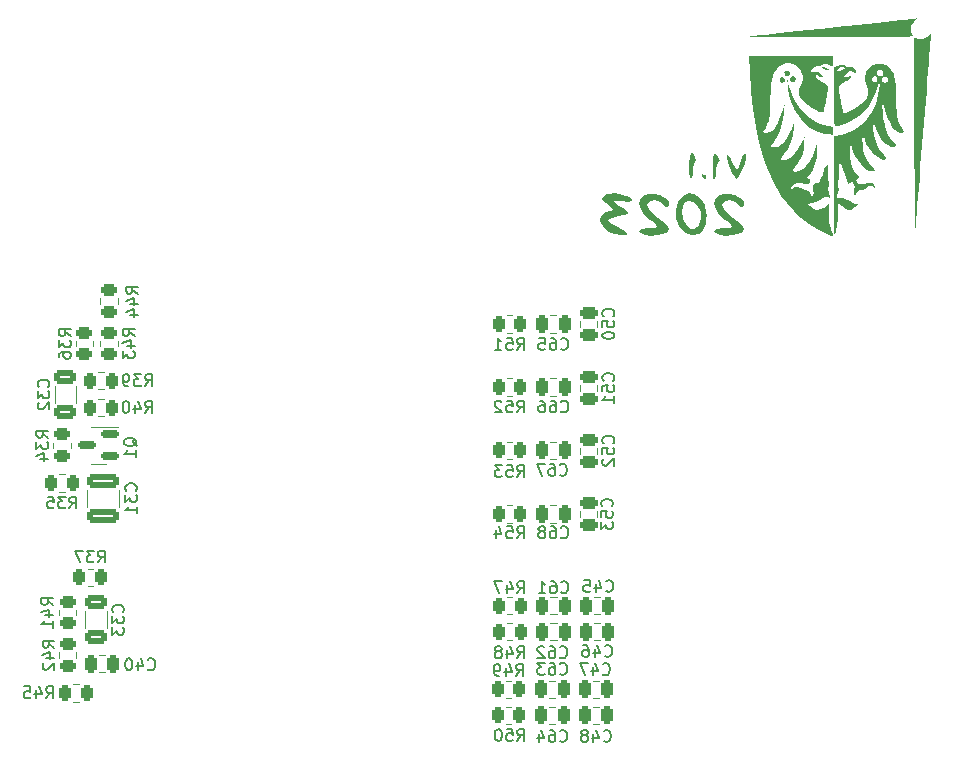
<source format=gbo>
G04 #@! TF.GenerationSoftware,KiCad,Pcbnew,(6.0.8)*
G04 #@! TF.CreationDate,2023-11-21T01:59:14+01:00*
G04 #@! TF.ProjectId,Modu_ wzmacniacza,4d6f6475-4220-4777-9a6d-61636e696163,rev?*
G04 #@! TF.SameCoordinates,Original*
G04 #@! TF.FileFunction,Legend,Bot*
G04 #@! TF.FilePolarity,Positive*
%FSLAX46Y46*%
G04 Gerber Fmt 4.6, Leading zero omitted, Abs format (unit mm)*
G04 Created by KiCad (PCBNEW (6.0.8)) date 2023-11-21 01:59:14*
%MOMM*%
%LPD*%
G01*
G04 APERTURE LIST*
G04 Aperture macros list*
%AMRoundRect*
0 Rectangle with rounded corners*
0 $1 Rounding radius*
0 $2 $3 $4 $5 $6 $7 $8 $9 X,Y pos of 4 corners*
0 Add a 4 corners polygon primitive as box body*
4,1,4,$2,$3,$4,$5,$6,$7,$8,$9,$2,$3,0*
0 Add four circle primitives for the rounded corners*
1,1,$1+$1,$2,$3*
1,1,$1+$1,$4,$5*
1,1,$1+$1,$6,$7*
1,1,$1+$1,$8,$9*
0 Add four rect primitives between the rounded corners*
20,1,$1+$1,$2,$3,$4,$5,0*
20,1,$1+$1,$4,$5,$6,$7,0*
20,1,$1+$1,$6,$7,$8,$9,0*
20,1,$1+$1,$8,$9,$2,$3,0*%
G04 Aperture macros list end*
%ADD10C,0.025000*%
%ADD11C,0.150000*%
%ADD12C,0.125000*%
%ADD13C,0.120000*%
%ADD14O,1.950000X2.400000*%
%ADD15C,5.600000*%
%ADD16C,1.700000*%
%ADD17C,1.600000*%
%ADD18O,2.400000X1.950000*%
%ADD19RoundRect,0.250000X0.262500X0.450000X-0.262500X0.450000X-0.262500X-0.450000X0.262500X-0.450000X0*%
%ADD20RoundRect,0.250000X0.250000X0.475000X-0.250000X0.475000X-0.250000X-0.475000X0.250000X-0.475000X0*%
%ADD21RoundRect,0.250000X-0.650000X0.325000X-0.650000X-0.325000X0.650000X-0.325000X0.650000X0.325000X0*%
%ADD22RoundRect,0.250000X-0.450000X0.262500X-0.450000X-0.262500X0.450000X-0.262500X0.450000X0.262500X0*%
%ADD23RoundRect,0.250000X-0.475000X0.250000X-0.475000X-0.250000X0.475000X-0.250000X0.475000X0.250000X0*%
%ADD24RoundRect,0.250000X-0.262500X-0.450000X0.262500X-0.450000X0.262500X0.450000X-0.262500X0.450000X0*%
%ADD25RoundRect,0.150000X0.587500X0.150000X-0.587500X0.150000X-0.587500X-0.150000X0.587500X-0.150000X0*%
%ADD26RoundRect,0.250000X0.475000X-0.250000X0.475000X0.250000X-0.475000X0.250000X-0.475000X-0.250000X0*%
%ADD27RoundRect,0.250000X-1.100000X0.325000X-1.100000X-0.325000X1.100000X-0.325000X1.100000X0.325000X0*%
%ADD28RoundRect,0.250000X0.450000X-0.262500X0.450000X0.262500X-0.450000X0.262500X-0.450000X-0.262500X0*%
G04 APERTURE END LIST*
D10*
X166648095Y-42190000D02*
X166657619Y-42185238D01*
X166671904Y-42185238D01*
X166686190Y-42190000D01*
X166695714Y-42199523D01*
X166700476Y-42209047D01*
X166705238Y-42228095D01*
X166705238Y-42242380D01*
X166700476Y-42261428D01*
X166695714Y-42270952D01*
X166686190Y-42280476D01*
X166671904Y-42285238D01*
X166662380Y-42285238D01*
X166648095Y-42280476D01*
X166643333Y-42275714D01*
X166643333Y-42242380D01*
X166662380Y-42242380D01*
X166586190Y-42185238D02*
X166586190Y-42209047D01*
X166610000Y-42199523D02*
X166586190Y-42209047D01*
X166562380Y-42199523D01*
X166600476Y-42228095D02*
X166586190Y-42209047D01*
X166571904Y-42228095D01*
X166510000Y-42185238D02*
X166510000Y-42209047D01*
X166533809Y-42199523D02*
X166510000Y-42209047D01*
X166486190Y-42199523D01*
X166524285Y-42228095D02*
X166510000Y-42209047D01*
X166495714Y-42228095D01*
X166433809Y-42185238D02*
X166433809Y-42209047D01*
X166457619Y-42199523D02*
X166433809Y-42209047D01*
X166410000Y-42199523D01*
X166448095Y-42228095D02*
X166433809Y-42209047D01*
X166419523Y-42228095D01*
D11*
X149542857Y-54852380D02*
X149876190Y-54376190D01*
X150114285Y-54852380D02*
X150114285Y-53852380D01*
X149733333Y-53852380D01*
X149638095Y-53900000D01*
X149590476Y-53947619D01*
X149542857Y-54042857D01*
X149542857Y-54185714D01*
X149590476Y-54280952D01*
X149638095Y-54328571D01*
X149733333Y-54376190D01*
X150114285Y-54376190D01*
X148638095Y-53852380D02*
X149114285Y-53852380D01*
X149161904Y-54328571D01*
X149114285Y-54280952D01*
X149019047Y-54233333D01*
X148780952Y-54233333D01*
X148685714Y-54280952D01*
X148638095Y-54328571D01*
X148590476Y-54423809D01*
X148590476Y-54661904D01*
X148638095Y-54757142D01*
X148685714Y-54804761D01*
X148780952Y-54852380D01*
X149019047Y-54852380D01*
X149114285Y-54804761D01*
X149161904Y-54757142D01*
X147638095Y-54852380D02*
X148209523Y-54852380D01*
X147923809Y-54852380D02*
X147923809Y-53852380D01*
X148019047Y-53995238D01*
X148114285Y-54090476D01*
X148209523Y-54138095D01*
X149455357Y-82452380D02*
X149788690Y-81976190D01*
X150026785Y-82452380D02*
X150026785Y-81452380D01*
X149645833Y-81452380D01*
X149550595Y-81500000D01*
X149502976Y-81547619D01*
X149455357Y-81642857D01*
X149455357Y-81785714D01*
X149502976Y-81880952D01*
X149550595Y-81928571D01*
X149645833Y-81976190D01*
X150026785Y-81976190D01*
X148598214Y-81785714D02*
X148598214Y-82452380D01*
X148836309Y-81404761D02*
X149074404Y-82119047D01*
X148455357Y-82119047D01*
X148026785Y-82452380D02*
X147836309Y-82452380D01*
X147741071Y-82404761D01*
X147693452Y-82357142D01*
X147598214Y-82214285D01*
X147550595Y-82023809D01*
X147550595Y-81642857D01*
X147598214Y-81547619D01*
X147645833Y-81500000D01*
X147741071Y-81452380D01*
X147931547Y-81452380D01*
X148026785Y-81500000D01*
X148074404Y-81547619D01*
X148122023Y-81642857D01*
X148122023Y-81880952D01*
X148074404Y-81976190D01*
X148026785Y-82023809D01*
X147931547Y-82071428D01*
X147741071Y-82071428D01*
X147645833Y-82023809D01*
X147598214Y-81976190D01*
X147550595Y-81880952D01*
X153155357Y-82257142D02*
X153202976Y-82304761D01*
X153345833Y-82352380D01*
X153441071Y-82352380D01*
X153583928Y-82304761D01*
X153679166Y-82209523D01*
X153726785Y-82114285D01*
X153774404Y-81923809D01*
X153774404Y-81780952D01*
X153726785Y-81590476D01*
X153679166Y-81495238D01*
X153583928Y-81400000D01*
X153441071Y-81352380D01*
X153345833Y-81352380D01*
X153202976Y-81400000D01*
X153155357Y-81447619D01*
X152298214Y-81352380D02*
X152488690Y-81352380D01*
X152583928Y-81400000D01*
X152631547Y-81447619D01*
X152726785Y-81590476D01*
X152774404Y-81780952D01*
X152774404Y-82161904D01*
X152726785Y-82257142D01*
X152679166Y-82304761D01*
X152583928Y-82352380D01*
X152393452Y-82352380D01*
X152298214Y-82304761D01*
X152250595Y-82257142D01*
X152202976Y-82161904D01*
X152202976Y-81923809D01*
X152250595Y-81828571D01*
X152298214Y-81780952D01*
X152393452Y-81733333D01*
X152583928Y-81733333D01*
X152679166Y-81780952D01*
X152726785Y-81828571D01*
X152774404Y-81923809D01*
X151869642Y-81352380D02*
X151250595Y-81352380D01*
X151583928Y-81733333D01*
X151441071Y-81733333D01*
X151345833Y-81780952D01*
X151298214Y-81828571D01*
X151250595Y-81923809D01*
X151250595Y-82161904D01*
X151298214Y-82257142D01*
X151345833Y-82304761D01*
X151441071Y-82352380D01*
X151726785Y-82352380D01*
X151822023Y-82304761D01*
X151869642Y-82257142D01*
X149542857Y-70802380D02*
X149876190Y-70326190D01*
X150114285Y-70802380D02*
X150114285Y-69802380D01*
X149733333Y-69802380D01*
X149638095Y-69850000D01*
X149590476Y-69897619D01*
X149542857Y-69992857D01*
X149542857Y-70135714D01*
X149590476Y-70230952D01*
X149638095Y-70278571D01*
X149733333Y-70326190D01*
X150114285Y-70326190D01*
X148638095Y-69802380D02*
X149114285Y-69802380D01*
X149161904Y-70278571D01*
X149114285Y-70230952D01*
X149019047Y-70183333D01*
X148780952Y-70183333D01*
X148685714Y-70230952D01*
X148638095Y-70278571D01*
X148590476Y-70373809D01*
X148590476Y-70611904D01*
X148638095Y-70707142D01*
X148685714Y-70754761D01*
X148780952Y-70802380D01*
X149019047Y-70802380D01*
X149114285Y-70754761D01*
X149161904Y-70707142D01*
X147733333Y-70135714D02*
X147733333Y-70802380D01*
X147971428Y-69754761D02*
X148209523Y-70469047D01*
X147590476Y-70469047D01*
X116144642Y-77057142D02*
X116192261Y-77009523D01*
X116239880Y-76866666D01*
X116239880Y-76771428D01*
X116192261Y-76628571D01*
X116097023Y-76533333D01*
X116001785Y-76485714D01*
X115811309Y-76438095D01*
X115668452Y-76438095D01*
X115477976Y-76485714D01*
X115382738Y-76533333D01*
X115287500Y-76628571D01*
X115239880Y-76771428D01*
X115239880Y-76866666D01*
X115287500Y-77009523D01*
X115335119Y-77057142D01*
X115239880Y-77390476D02*
X115239880Y-78009523D01*
X115620833Y-77676190D01*
X115620833Y-77819047D01*
X115668452Y-77914285D01*
X115716071Y-77961904D01*
X115811309Y-78009523D01*
X116049404Y-78009523D01*
X116144642Y-77961904D01*
X116192261Y-77914285D01*
X116239880Y-77819047D01*
X116239880Y-77533333D01*
X116192261Y-77438095D01*
X116144642Y-77390476D01*
X115239880Y-78342857D02*
X115239880Y-78961904D01*
X115620833Y-78628571D01*
X115620833Y-78771428D01*
X115668452Y-78866666D01*
X115716071Y-78914285D01*
X115811309Y-78961904D01*
X116049404Y-78961904D01*
X116144642Y-78914285D01*
X116192261Y-78866666D01*
X116239880Y-78771428D01*
X116239880Y-78485714D01*
X116192261Y-78390476D01*
X116144642Y-78342857D01*
X111739880Y-53682142D02*
X111263690Y-53348809D01*
X111739880Y-53110714D02*
X110739880Y-53110714D01*
X110739880Y-53491666D01*
X110787500Y-53586904D01*
X110835119Y-53634523D01*
X110930357Y-53682142D01*
X111073214Y-53682142D01*
X111168452Y-53634523D01*
X111216071Y-53586904D01*
X111263690Y-53491666D01*
X111263690Y-53110714D01*
X110739880Y-54015476D02*
X110739880Y-54634523D01*
X111120833Y-54301190D01*
X111120833Y-54444047D01*
X111168452Y-54539285D01*
X111216071Y-54586904D01*
X111311309Y-54634523D01*
X111549404Y-54634523D01*
X111644642Y-54586904D01*
X111692261Y-54539285D01*
X111739880Y-54444047D01*
X111739880Y-54158333D01*
X111692261Y-54063095D01*
X111644642Y-54015476D01*
X110739880Y-55491666D02*
X110739880Y-55301190D01*
X110787500Y-55205952D01*
X110835119Y-55158333D01*
X110977976Y-55063095D01*
X111168452Y-55015476D01*
X111549404Y-55015476D01*
X111644642Y-55063095D01*
X111692261Y-55110714D01*
X111739880Y-55205952D01*
X111739880Y-55396428D01*
X111692261Y-55491666D01*
X111644642Y-55539285D01*
X111549404Y-55586904D01*
X111311309Y-55586904D01*
X111216071Y-55539285D01*
X111168452Y-55491666D01*
X111120833Y-55396428D01*
X111120833Y-55205952D01*
X111168452Y-55110714D01*
X111216071Y-55063095D01*
X111311309Y-55015476D01*
D12*
X181940476Y-27550000D02*
X181988095Y-27526190D01*
X182059523Y-27526190D01*
X182130952Y-27550000D01*
X182178571Y-27597619D01*
X182202380Y-27645238D01*
X182226190Y-27740476D01*
X182226190Y-27811904D01*
X182202380Y-27907142D01*
X182178571Y-27954761D01*
X182130952Y-28002380D01*
X182059523Y-28026190D01*
X182011904Y-28026190D01*
X181940476Y-28002380D01*
X181916666Y-27978571D01*
X181916666Y-27811904D01*
X182011904Y-27811904D01*
X181630952Y-27526190D02*
X181630952Y-27645238D01*
X181750000Y-27597619D02*
X181630952Y-27645238D01*
X181511904Y-27597619D01*
X181702380Y-27740476D02*
X181630952Y-27645238D01*
X181559523Y-27740476D01*
X181250000Y-27526190D02*
X181250000Y-27645238D01*
X181369047Y-27597619D02*
X181250000Y-27645238D01*
X181130952Y-27597619D01*
X181321428Y-27740476D02*
X181250000Y-27645238D01*
X181178571Y-27740476D01*
X180869047Y-27526190D02*
X180869047Y-27645238D01*
X180988095Y-27597619D02*
X180869047Y-27645238D01*
X180750000Y-27597619D01*
X180940476Y-27740476D02*
X180869047Y-27645238D01*
X180797619Y-27740476D01*
D11*
X153242857Y-54757142D02*
X153290476Y-54804761D01*
X153433333Y-54852380D01*
X153528571Y-54852380D01*
X153671428Y-54804761D01*
X153766666Y-54709523D01*
X153814285Y-54614285D01*
X153861904Y-54423809D01*
X153861904Y-54280952D01*
X153814285Y-54090476D01*
X153766666Y-53995238D01*
X153671428Y-53900000D01*
X153528571Y-53852380D01*
X153433333Y-53852380D01*
X153290476Y-53900000D01*
X153242857Y-53947619D01*
X152385714Y-53852380D02*
X152576190Y-53852380D01*
X152671428Y-53900000D01*
X152719047Y-53947619D01*
X152814285Y-54090476D01*
X152861904Y-54280952D01*
X152861904Y-54661904D01*
X152814285Y-54757142D01*
X152766666Y-54804761D01*
X152671428Y-54852380D01*
X152480952Y-54852380D01*
X152385714Y-54804761D01*
X152338095Y-54757142D01*
X152290476Y-54661904D01*
X152290476Y-54423809D01*
X152338095Y-54328571D01*
X152385714Y-54280952D01*
X152480952Y-54233333D01*
X152671428Y-54233333D01*
X152766666Y-54280952D01*
X152814285Y-54328571D01*
X152861904Y-54423809D01*
X151385714Y-53852380D02*
X151861904Y-53852380D01*
X151909523Y-54328571D01*
X151861904Y-54280952D01*
X151766666Y-54233333D01*
X151528571Y-54233333D01*
X151433333Y-54280952D01*
X151385714Y-54328571D01*
X151338095Y-54423809D01*
X151338095Y-54661904D01*
X151385714Y-54757142D01*
X151433333Y-54804761D01*
X151528571Y-54852380D01*
X151766666Y-54852380D01*
X151861904Y-54804761D01*
X151909523Y-54757142D01*
X157657142Y-62757142D02*
X157704761Y-62709523D01*
X157752380Y-62566666D01*
X157752380Y-62471428D01*
X157704761Y-62328571D01*
X157609523Y-62233333D01*
X157514285Y-62185714D01*
X157323809Y-62138095D01*
X157180952Y-62138095D01*
X156990476Y-62185714D01*
X156895238Y-62233333D01*
X156800000Y-62328571D01*
X156752380Y-62471428D01*
X156752380Y-62566666D01*
X156800000Y-62709523D01*
X156847619Y-62757142D01*
X156752380Y-63661904D02*
X156752380Y-63185714D01*
X157228571Y-63138095D01*
X157180952Y-63185714D01*
X157133333Y-63280952D01*
X157133333Y-63519047D01*
X157180952Y-63614285D01*
X157228571Y-63661904D01*
X157323809Y-63709523D01*
X157561904Y-63709523D01*
X157657142Y-63661904D01*
X157704761Y-63614285D01*
X157752380Y-63519047D01*
X157752380Y-63280952D01*
X157704761Y-63185714D01*
X157657142Y-63138095D01*
X156847619Y-64090476D02*
X156800000Y-64138095D01*
X156752380Y-64233333D01*
X156752380Y-64471428D01*
X156800000Y-64566666D01*
X156847619Y-64614285D01*
X156942857Y-64661904D01*
X157038095Y-64661904D01*
X157180952Y-64614285D01*
X157752380Y-64042857D01*
X157752380Y-64661904D01*
X153155357Y-87957142D02*
X153202976Y-88004761D01*
X153345833Y-88052380D01*
X153441071Y-88052380D01*
X153583928Y-88004761D01*
X153679166Y-87909523D01*
X153726785Y-87814285D01*
X153774404Y-87623809D01*
X153774404Y-87480952D01*
X153726785Y-87290476D01*
X153679166Y-87195238D01*
X153583928Y-87100000D01*
X153441071Y-87052380D01*
X153345833Y-87052380D01*
X153202976Y-87100000D01*
X153155357Y-87147619D01*
X152298214Y-87052380D02*
X152488690Y-87052380D01*
X152583928Y-87100000D01*
X152631547Y-87147619D01*
X152726785Y-87290476D01*
X152774404Y-87480952D01*
X152774404Y-87861904D01*
X152726785Y-87957142D01*
X152679166Y-88004761D01*
X152583928Y-88052380D01*
X152393452Y-88052380D01*
X152298214Y-88004761D01*
X152250595Y-87957142D01*
X152202976Y-87861904D01*
X152202976Y-87623809D01*
X152250595Y-87528571D01*
X152298214Y-87480952D01*
X152393452Y-87433333D01*
X152583928Y-87433333D01*
X152679166Y-87480952D01*
X152726785Y-87528571D01*
X152774404Y-87623809D01*
X151345833Y-87385714D02*
X151345833Y-88052380D01*
X151583928Y-87004761D02*
X151822023Y-87719047D01*
X151202976Y-87719047D01*
X109655357Y-84352380D02*
X109988690Y-83876190D01*
X110226785Y-84352380D02*
X110226785Y-83352380D01*
X109845833Y-83352380D01*
X109750595Y-83400000D01*
X109702976Y-83447619D01*
X109655357Y-83542857D01*
X109655357Y-83685714D01*
X109702976Y-83780952D01*
X109750595Y-83828571D01*
X109845833Y-83876190D01*
X110226785Y-83876190D01*
X108798214Y-83685714D02*
X108798214Y-84352380D01*
X109036309Y-83304761D02*
X109274404Y-84019047D01*
X108655357Y-84019047D01*
X107798214Y-83352380D02*
X108274404Y-83352380D01*
X108322023Y-83828571D01*
X108274404Y-83780952D01*
X108179166Y-83733333D01*
X107941071Y-83733333D01*
X107845833Y-83780952D01*
X107798214Y-83828571D01*
X107750595Y-83923809D01*
X107750595Y-84161904D01*
X107798214Y-84257142D01*
X107845833Y-84304761D01*
X107941071Y-84352380D01*
X108179166Y-84352380D01*
X108274404Y-84304761D01*
X108322023Y-84257142D01*
X153155357Y-80857142D02*
X153202976Y-80904761D01*
X153345833Y-80952380D01*
X153441071Y-80952380D01*
X153583928Y-80904761D01*
X153679166Y-80809523D01*
X153726785Y-80714285D01*
X153774404Y-80523809D01*
X153774404Y-80380952D01*
X153726785Y-80190476D01*
X153679166Y-80095238D01*
X153583928Y-80000000D01*
X153441071Y-79952380D01*
X153345833Y-79952380D01*
X153202976Y-80000000D01*
X153155357Y-80047619D01*
X152298214Y-79952380D02*
X152488690Y-79952380D01*
X152583928Y-80000000D01*
X152631547Y-80047619D01*
X152726785Y-80190476D01*
X152774404Y-80380952D01*
X152774404Y-80761904D01*
X152726785Y-80857142D01*
X152679166Y-80904761D01*
X152583928Y-80952380D01*
X152393452Y-80952380D01*
X152298214Y-80904761D01*
X152250595Y-80857142D01*
X152202976Y-80761904D01*
X152202976Y-80523809D01*
X152250595Y-80428571D01*
X152298214Y-80380952D01*
X152393452Y-80333333D01*
X152583928Y-80333333D01*
X152679166Y-80380952D01*
X152726785Y-80428571D01*
X152774404Y-80523809D01*
X151822023Y-80047619D02*
X151774404Y-80000000D01*
X151679166Y-79952380D01*
X151441071Y-79952380D01*
X151345833Y-80000000D01*
X151298214Y-80047619D01*
X151250595Y-80142857D01*
X151250595Y-80238095D01*
X151298214Y-80380952D01*
X151869642Y-80952380D01*
X151250595Y-80952380D01*
X149555357Y-80952380D02*
X149888690Y-80476190D01*
X150126785Y-80952380D02*
X150126785Y-79952380D01*
X149745833Y-79952380D01*
X149650595Y-80000000D01*
X149602976Y-80047619D01*
X149555357Y-80142857D01*
X149555357Y-80285714D01*
X149602976Y-80380952D01*
X149650595Y-80428571D01*
X149745833Y-80476190D01*
X150126785Y-80476190D01*
X148698214Y-80285714D02*
X148698214Y-80952380D01*
X148936309Y-79904761D02*
X149174404Y-80619047D01*
X148555357Y-80619047D01*
X148031547Y-80380952D02*
X148126785Y-80333333D01*
X148174404Y-80285714D01*
X148222023Y-80190476D01*
X148222023Y-80142857D01*
X148174404Y-80047619D01*
X148126785Y-80000000D01*
X148031547Y-79952380D01*
X147841071Y-79952380D01*
X147745833Y-80000000D01*
X147698214Y-80047619D01*
X147650595Y-80142857D01*
X147650595Y-80190476D01*
X147698214Y-80285714D01*
X147745833Y-80333333D01*
X147841071Y-80380952D01*
X148031547Y-80380952D01*
X148126785Y-80428571D01*
X148174404Y-80476190D01*
X148222023Y-80571428D01*
X148222023Y-80761904D01*
X148174404Y-80857142D01*
X148126785Y-80904761D01*
X148031547Y-80952380D01*
X147841071Y-80952380D01*
X147745833Y-80904761D01*
X147698214Y-80857142D01*
X147650595Y-80761904D01*
X147650595Y-80571428D01*
X147698214Y-80476190D01*
X147745833Y-80428571D01*
X147841071Y-80380952D01*
X156782857Y-82297142D02*
X156830476Y-82344761D01*
X156973333Y-82392380D01*
X157068571Y-82392380D01*
X157211428Y-82344761D01*
X157306666Y-82249523D01*
X157354285Y-82154285D01*
X157401904Y-81963809D01*
X157401904Y-81820952D01*
X157354285Y-81630476D01*
X157306666Y-81535238D01*
X157211428Y-81440000D01*
X157068571Y-81392380D01*
X156973333Y-81392380D01*
X156830476Y-81440000D01*
X156782857Y-81487619D01*
X155925714Y-81725714D02*
X155925714Y-82392380D01*
X156163809Y-81344761D02*
X156401904Y-82059047D01*
X155782857Y-82059047D01*
X155497142Y-81392380D02*
X154830476Y-81392380D01*
X155259047Y-82392380D01*
X157055357Y-75257142D02*
X157102976Y-75304761D01*
X157245833Y-75352380D01*
X157341071Y-75352380D01*
X157483928Y-75304761D01*
X157579166Y-75209523D01*
X157626785Y-75114285D01*
X157674404Y-74923809D01*
X157674404Y-74780952D01*
X157626785Y-74590476D01*
X157579166Y-74495238D01*
X157483928Y-74400000D01*
X157341071Y-74352380D01*
X157245833Y-74352380D01*
X157102976Y-74400000D01*
X157055357Y-74447619D01*
X156198214Y-74685714D02*
X156198214Y-75352380D01*
X156436309Y-74304761D02*
X156674404Y-75019047D01*
X156055357Y-75019047D01*
X155198214Y-74352380D02*
X155674404Y-74352380D01*
X155722023Y-74828571D01*
X155674404Y-74780952D01*
X155579166Y-74733333D01*
X155341071Y-74733333D01*
X155245833Y-74780952D01*
X155198214Y-74828571D01*
X155150595Y-74923809D01*
X155150595Y-75161904D01*
X155198214Y-75257142D01*
X155245833Y-75304761D01*
X155341071Y-75352380D01*
X155579166Y-75352380D01*
X155674404Y-75304761D01*
X155722023Y-75257142D01*
X153242857Y-70707142D02*
X153290476Y-70754761D01*
X153433333Y-70802380D01*
X153528571Y-70802380D01*
X153671428Y-70754761D01*
X153766666Y-70659523D01*
X153814285Y-70564285D01*
X153861904Y-70373809D01*
X153861904Y-70230952D01*
X153814285Y-70040476D01*
X153766666Y-69945238D01*
X153671428Y-69850000D01*
X153528571Y-69802380D01*
X153433333Y-69802380D01*
X153290476Y-69850000D01*
X153242857Y-69897619D01*
X152385714Y-69802380D02*
X152576190Y-69802380D01*
X152671428Y-69850000D01*
X152719047Y-69897619D01*
X152814285Y-70040476D01*
X152861904Y-70230952D01*
X152861904Y-70611904D01*
X152814285Y-70707142D01*
X152766666Y-70754761D01*
X152671428Y-70802380D01*
X152480952Y-70802380D01*
X152385714Y-70754761D01*
X152338095Y-70707142D01*
X152290476Y-70611904D01*
X152290476Y-70373809D01*
X152338095Y-70278571D01*
X152385714Y-70230952D01*
X152480952Y-70183333D01*
X152671428Y-70183333D01*
X152766666Y-70230952D01*
X152814285Y-70278571D01*
X152861904Y-70373809D01*
X151719047Y-70230952D02*
X151814285Y-70183333D01*
X151861904Y-70135714D01*
X151909523Y-70040476D01*
X151909523Y-69992857D01*
X151861904Y-69897619D01*
X151814285Y-69850000D01*
X151719047Y-69802380D01*
X151528571Y-69802380D01*
X151433333Y-69850000D01*
X151385714Y-69897619D01*
X151338095Y-69992857D01*
X151338095Y-70040476D01*
X151385714Y-70135714D01*
X151433333Y-70183333D01*
X151528571Y-70230952D01*
X151719047Y-70230952D01*
X151814285Y-70278571D01*
X151861904Y-70326190D01*
X151909523Y-70421428D01*
X151909523Y-70611904D01*
X151861904Y-70707142D01*
X151814285Y-70754761D01*
X151719047Y-70802380D01*
X151528571Y-70802380D01*
X151433333Y-70754761D01*
X151385714Y-70707142D01*
X151338095Y-70611904D01*
X151338095Y-70421428D01*
X151385714Y-70326190D01*
X151433333Y-70278571D01*
X151528571Y-70230952D01*
X114030357Y-72852380D02*
X114363690Y-72376190D01*
X114601785Y-72852380D02*
X114601785Y-71852380D01*
X114220833Y-71852380D01*
X114125595Y-71900000D01*
X114077976Y-71947619D01*
X114030357Y-72042857D01*
X114030357Y-72185714D01*
X114077976Y-72280952D01*
X114125595Y-72328571D01*
X114220833Y-72376190D01*
X114601785Y-72376190D01*
X113697023Y-71852380D02*
X113077976Y-71852380D01*
X113411309Y-72233333D01*
X113268452Y-72233333D01*
X113173214Y-72280952D01*
X113125595Y-72328571D01*
X113077976Y-72423809D01*
X113077976Y-72661904D01*
X113125595Y-72757142D01*
X113173214Y-72804761D01*
X113268452Y-72852380D01*
X113554166Y-72852380D01*
X113649404Y-72804761D01*
X113697023Y-72757142D01*
X112744642Y-71852380D02*
X112077976Y-71852380D01*
X112506547Y-72852380D01*
X149542857Y-60152380D02*
X149876190Y-59676190D01*
X150114285Y-60152380D02*
X150114285Y-59152380D01*
X149733333Y-59152380D01*
X149638095Y-59200000D01*
X149590476Y-59247619D01*
X149542857Y-59342857D01*
X149542857Y-59485714D01*
X149590476Y-59580952D01*
X149638095Y-59628571D01*
X149733333Y-59676190D01*
X150114285Y-59676190D01*
X148638095Y-59152380D02*
X149114285Y-59152380D01*
X149161904Y-59628571D01*
X149114285Y-59580952D01*
X149019047Y-59533333D01*
X148780952Y-59533333D01*
X148685714Y-59580952D01*
X148638095Y-59628571D01*
X148590476Y-59723809D01*
X148590476Y-59961904D01*
X148638095Y-60057142D01*
X148685714Y-60104761D01*
X148780952Y-60152380D01*
X149019047Y-60152380D01*
X149114285Y-60104761D01*
X149161904Y-60057142D01*
X148209523Y-59247619D02*
X148161904Y-59200000D01*
X148066666Y-59152380D01*
X147828571Y-59152380D01*
X147733333Y-59200000D01*
X147685714Y-59247619D01*
X147638095Y-59342857D01*
X147638095Y-59438095D01*
X147685714Y-59580952D01*
X148257142Y-60152380D01*
X147638095Y-60152380D01*
X110252380Y-76457142D02*
X109776190Y-76123809D01*
X110252380Y-75885714D02*
X109252380Y-75885714D01*
X109252380Y-76266666D01*
X109300000Y-76361904D01*
X109347619Y-76409523D01*
X109442857Y-76457142D01*
X109585714Y-76457142D01*
X109680952Y-76409523D01*
X109728571Y-76361904D01*
X109776190Y-76266666D01*
X109776190Y-75885714D01*
X109585714Y-77314285D02*
X110252380Y-77314285D01*
X109204761Y-77076190D02*
X109919047Y-76838095D01*
X109919047Y-77457142D01*
X110252380Y-78361904D02*
X110252380Y-77790476D01*
X110252380Y-78076190D02*
X109252380Y-78076190D01*
X109395238Y-77980952D01*
X109490476Y-77885714D01*
X109538095Y-77790476D01*
X118042857Y-57922380D02*
X118376190Y-57446190D01*
X118614285Y-57922380D02*
X118614285Y-56922380D01*
X118233333Y-56922380D01*
X118138095Y-56970000D01*
X118090476Y-57017619D01*
X118042857Y-57112857D01*
X118042857Y-57255714D01*
X118090476Y-57350952D01*
X118138095Y-57398571D01*
X118233333Y-57446190D01*
X118614285Y-57446190D01*
X117709523Y-56922380D02*
X117090476Y-56922380D01*
X117423809Y-57303333D01*
X117280952Y-57303333D01*
X117185714Y-57350952D01*
X117138095Y-57398571D01*
X117090476Y-57493809D01*
X117090476Y-57731904D01*
X117138095Y-57827142D01*
X117185714Y-57874761D01*
X117280952Y-57922380D01*
X117566666Y-57922380D01*
X117661904Y-57874761D01*
X117709523Y-57827142D01*
X116614285Y-57922380D02*
X116423809Y-57922380D01*
X116328571Y-57874761D01*
X116280952Y-57827142D01*
X116185714Y-57684285D01*
X116138095Y-57493809D01*
X116138095Y-57112857D01*
X116185714Y-57017619D01*
X116233333Y-56970000D01*
X116328571Y-56922380D01*
X116519047Y-56922380D01*
X116614285Y-56970000D01*
X116661904Y-57017619D01*
X116709523Y-57112857D01*
X116709523Y-57350952D01*
X116661904Y-57446190D01*
X116614285Y-57493809D01*
X116519047Y-57541428D01*
X116328571Y-57541428D01*
X116233333Y-57493809D01*
X116185714Y-57446190D01*
X116138095Y-57350952D01*
X117335119Y-63029761D02*
X117287500Y-62934523D01*
X117192261Y-62839285D01*
X117049404Y-62696428D01*
X117001785Y-62601190D01*
X117001785Y-62505952D01*
X117239880Y-62553571D02*
X117192261Y-62458333D01*
X117097023Y-62363095D01*
X116906547Y-62315476D01*
X116573214Y-62315476D01*
X116382738Y-62363095D01*
X116287500Y-62458333D01*
X116239880Y-62553571D01*
X116239880Y-62744047D01*
X116287500Y-62839285D01*
X116382738Y-62934523D01*
X116573214Y-62982142D01*
X116906547Y-62982142D01*
X117097023Y-62934523D01*
X117192261Y-62839285D01*
X117239880Y-62744047D01*
X117239880Y-62553571D01*
X117239880Y-63934523D02*
X117239880Y-63363095D01*
X117239880Y-63648809D02*
X116239880Y-63648809D01*
X116382738Y-63553571D01*
X116477976Y-63458333D01*
X116525595Y-63363095D01*
X149555357Y-87952380D02*
X149888690Y-87476190D01*
X150126785Y-87952380D02*
X150126785Y-86952380D01*
X149745833Y-86952380D01*
X149650595Y-87000000D01*
X149602976Y-87047619D01*
X149555357Y-87142857D01*
X149555357Y-87285714D01*
X149602976Y-87380952D01*
X149650595Y-87428571D01*
X149745833Y-87476190D01*
X150126785Y-87476190D01*
X148650595Y-86952380D02*
X149126785Y-86952380D01*
X149174404Y-87428571D01*
X149126785Y-87380952D01*
X149031547Y-87333333D01*
X148793452Y-87333333D01*
X148698214Y-87380952D01*
X148650595Y-87428571D01*
X148602976Y-87523809D01*
X148602976Y-87761904D01*
X148650595Y-87857142D01*
X148698214Y-87904761D01*
X148793452Y-87952380D01*
X149031547Y-87952380D01*
X149126785Y-87904761D01*
X149174404Y-87857142D01*
X147983928Y-86952380D02*
X147888690Y-86952380D01*
X147793452Y-87000000D01*
X147745833Y-87047619D01*
X147698214Y-87142857D01*
X147650595Y-87333333D01*
X147650595Y-87571428D01*
X147698214Y-87761904D01*
X147745833Y-87857142D01*
X147793452Y-87904761D01*
X147888690Y-87952380D01*
X147983928Y-87952380D01*
X148079166Y-87904761D01*
X148126785Y-87857142D01*
X148174404Y-87761904D01*
X148222023Y-87571428D01*
X148222023Y-87333333D01*
X148174404Y-87142857D01*
X148126785Y-87047619D01*
X148079166Y-87000000D01*
X147983928Y-86952380D01*
X109844642Y-57982142D02*
X109892261Y-57934523D01*
X109939880Y-57791666D01*
X109939880Y-57696428D01*
X109892261Y-57553571D01*
X109797023Y-57458333D01*
X109701785Y-57410714D01*
X109511309Y-57363095D01*
X109368452Y-57363095D01*
X109177976Y-57410714D01*
X109082738Y-57458333D01*
X108987500Y-57553571D01*
X108939880Y-57696428D01*
X108939880Y-57791666D01*
X108987500Y-57934523D01*
X109035119Y-57982142D01*
X108939880Y-58315476D02*
X108939880Y-58934523D01*
X109320833Y-58601190D01*
X109320833Y-58744047D01*
X109368452Y-58839285D01*
X109416071Y-58886904D01*
X109511309Y-58934523D01*
X109749404Y-58934523D01*
X109844642Y-58886904D01*
X109892261Y-58839285D01*
X109939880Y-58744047D01*
X109939880Y-58458333D01*
X109892261Y-58363095D01*
X109844642Y-58315476D01*
X109035119Y-59315476D02*
X108987500Y-59363095D01*
X108939880Y-59458333D01*
X108939880Y-59696428D01*
X108987500Y-59791666D01*
X109035119Y-59839285D01*
X109130357Y-59886904D01*
X109225595Y-59886904D01*
X109368452Y-59839285D01*
X109939880Y-59267857D01*
X109939880Y-59886904D01*
X157557142Y-68107142D02*
X157604761Y-68059523D01*
X157652380Y-67916666D01*
X157652380Y-67821428D01*
X157604761Y-67678571D01*
X157509523Y-67583333D01*
X157414285Y-67535714D01*
X157223809Y-67488095D01*
X157080952Y-67488095D01*
X156890476Y-67535714D01*
X156795238Y-67583333D01*
X156700000Y-67678571D01*
X156652380Y-67821428D01*
X156652380Y-67916666D01*
X156700000Y-68059523D01*
X156747619Y-68107142D01*
X156652380Y-69011904D02*
X156652380Y-68535714D01*
X157128571Y-68488095D01*
X157080952Y-68535714D01*
X157033333Y-68630952D01*
X157033333Y-68869047D01*
X157080952Y-68964285D01*
X157128571Y-69011904D01*
X157223809Y-69059523D01*
X157461904Y-69059523D01*
X157557142Y-69011904D01*
X157604761Y-68964285D01*
X157652380Y-68869047D01*
X157652380Y-68630952D01*
X157604761Y-68535714D01*
X157557142Y-68488095D01*
X156652380Y-69392857D02*
X156652380Y-70011904D01*
X157033333Y-69678571D01*
X157033333Y-69821428D01*
X157080952Y-69916666D01*
X157128571Y-69964285D01*
X157223809Y-70011904D01*
X157461904Y-70011904D01*
X157557142Y-69964285D01*
X157604761Y-69916666D01*
X157652380Y-69821428D01*
X157652380Y-69535714D01*
X157604761Y-69440476D01*
X157557142Y-69392857D01*
X118030357Y-60192380D02*
X118363690Y-59716190D01*
X118601785Y-60192380D02*
X118601785Y-59192380D01*
X118220833Y-59192380D01*
X118125595Y-59240000D01*
X118077976Y-59287619D01*
X118030357Y-59382857D01*
X118030357Y-59525714D01*
X118077976Y-59620952D01*
X118125595Y-59668571D01*
X118220833Y-59716190D01*
X118601785Y-59716190D01*
X117173214Y-59525714D02*
X117173214Y-60192380D01*
X117411309Y-59144761D02*
X117649404Y-59859047D01*
X117030357Y-59859047D01*
X116458928Y-59192380D02*
X116363690Y-59192380D01*
X116268452Y-59240000D01*
X116220833Y-59287619D01*
X116173214Y-59382857D01*
X116125595Y-59573333D01*
X116125595Y-59811428D01*
X116173214Y-60001904D01*
X116220833Y-60097142D01*
X116268452Y-60144761D01*
X116363690Y-60192380D01*
X116458928Y-60192380D01*
X116554166Y-60144761D01*
X116601785Y-60097142D01*
X116649404Y-60001904D01*
X116697023Y-59811428D01*
X116697023Y-59573333D01*
X116649404Y-59382857D01*
X116601785Y-59287619D01*
X116554166Y-59240000D01*
X116458928Y-59192380D01*
X117439880Y-50082142D02*
X116963690Y-49748809D01*
X117439880Y-49510714D02*
X116439880Y-49510714D01*
X116439880Y-49891666D01*
X116487500Y-49986904D01*
X116535119Y-50034523D01*
X116630357Y-50082142D01*
X116773214Y-50082142D01*
X116868452Y-50034523D01*
X116916071Y-49986904D01*
X116963690Y-49891666D01*
X116963690Y-49510714D01*
X116773214Y-50939285D02*
X117439880Y-50939285D01*
X116392261Y-50701190D02*
X117106547Y-50463095D01*
X117106547Y-51082142D01*
X116773214Y-51891666D02*
X117439880Y-51891666D01*
X116392261Y-51653571D02*
X117106547Y-51415476D01*
X117106547Y-52034523D01*
X153142857Y-65407142D02*
X153190476Y-65454761D01*
X153333333Y-65502380D01*
X153428571Y-65502380D01*
X153571428Y-65454761D01*
X153666666Y-65359523D01*
X153714285Y-65264285D01*
X153761904Y-65073809D01*
X153761904Y-64930952D01*
X153714285Y-64740476D01*
X153666666Y-64645238D01*
X153571428Y-64550000D01*
X153428571Y-64502380D01*
X153333333Y-64502380D01*
X153190476Y-64550000D01*
X153142857Y-64597619D01*
X152285714Y-64502380D02*
X152476190Y-64502380D01*
X152571428Y-64550000D01*
X152619047Y-64597619D01*
X152714285Y-64740476D01*
X152761904Y-64930952D01*
X152761904Y-65311904D01*
X152714285Y-65407142D01*
X152666666Y-65454761D01*
X152571428Y-65502380D01*
X152380952Y-65502380D01*
X152285714Y-65454761D01*
X152238095Y-65407142D01*
X152190476Y-65311904D01*
X152190476Y-65073809D01*
X152238095Y-64978571D01*
X152285714Y-64930952D01*
X152380952Y-64883333D01*
X152571428Y-64883333D01*
X152666666Y-64930952D01*
X152714285Y-64978571D01*
X152761904Y-65073809D01*
X151857142Y-64502380D02*
X151190476Y-64502380D01*
X151619047Y-65502380D01*
X156955357Y-80757142D02*
X157002976Y-80804761D01*
X157145833Y-80852380D01*
X157241071Y-80852380D01*
X157383928Y-80804761D01*
X157479166Y-80709523D01*
X157526785Y-80614285D01*
X157574404Y-80423809D01*
X157574404Y-80280952D01*
X157526785Y-80090476D01*
X157479166Y-79995238D01*
X157383928Y-79900000D01*
X157241071Y-79852380D01*
X157145833Y-79852380D01*
X157002976Y-79900000D01*
X156955357Y-79947619D01*
X156098214Y-80185714D02*
X156098214Y-80852380D01*
X156336309Y-79804761D02*
X156574404Y-80519047D01*
X155955357Y-80519047D01*
X155145833Y-79852380D02*
X155336309Y-79852380D01*
X155431547Y-79900000D01*
X155479166Y-79947619D01*
X155574404Y-80090476D01*
X155622023Y-80280952D01*
X155622023Y-80661904D01*
X155574404Y-80757142D01*
X155526785Y-80804761D01*
X155431547Y-80852380D01*
X155241071Y-80852380D01*
X155145833Y-80804761D01*
X155098214Y-80757142D01*
X155050595Y-80661904D01*
X155050595Y-80423809D01*
X155098214Y-80328571D01*
X155145833Y-80280952D01*
X155241071Y-80233333D01*
X155431547Y-80233333D01*
X155526785Y-80280952D01*
X155574404Y-80328571D01*
X155622023Y-80423809D01*
X153255357Y-75357142D02*
X153302976Y-75404761D01*
X153445833Y-75452380D01*
X153541071Y-75452380D01*
X153683928Y-75404761D01*
X153779166Y-75309523D01*
X153826785Y-75214285D01*
X153874404Y-75023809D01*
X153874404Y-74880952D01*
X153826785Y-74690476D01*
X153779166Y-74595238D01*
X153683928Y-74500000D01*
X153541071Y-74452380D01*
X153445833Y-74452380D01*
X153302976Y-74500000D01*
X153255357Y-74547619D01*
X152398214Y-74452380D02*
X152588690Y-74452380D01*
X152683928Y-74500000D01*
X152731547Y-74547619D01*
X152826785Y-74690476D01*
X152874404Y-74880952D01*
X152874404Y-75261904D01*
X152826785Y-75357142D01*
X152779166Y-75404761D01*
X152683928Y-75452380D01*
X152493452Y-75452380D01*
X152398214Y-75404761D01*
X152350595Y-75357142D01*
X152302976Y-75261904D01*
X152302976Y-75023809D01*
X152350595Y-74928571D01*
X152398214Y-74880952D01*
X152493452Y-74833333D01*
X152683928Y-74833333D01*
X152779166Y-74880952D01*
X152826785Y-74928571D01*
X152874404Y-75023809D01*
X151350595Y-75452380D02*
X151922023Y-75452380D01*
X151636309Y-75452380D02*
X151636309Y-74452380D01*
X151731547Y-74595238D01*
X151826785Y-74690476D01*
X151922023Y-74738095D01*
X156855357Y-87957142D02*
X156902976Y-88004761D01*
X157045833Y-88052380D01*
X157141071Y-88052380D01*
X157283928Y-88004761D01*
X157379166Y-87909523D01*
X157426785Y-87814285D01*
X157474404Y-87623809D01*
X157474404Y-87480952D01*
X157426785Y-87290476D01*
X157379166Y-87195238D01*
X157283928Y-87100000D01*
X157141071Y-87052380D01*
X157045833Y-87052380D01*
X156902976Y-87100000D01*
X156855357Y-87147619D01*
X155998214Y-87385714D02*
X155998214Y-88052380D01*
X156236309Y-87004761D02*
X156474404Y-87719047D01*
X155855357Y-87719047D01*
X155331547Y-87480952D02*
X155426785Y-87433333D01*
X155474404Y-87385714D01*
X155522023Y-87290476D01*
X155522023Y-87242857D01*
X155474404Y-87147619D01*
X155426785Y-87100000D01*
X155331547Y-87052380D01*
X155141071Y-87052380D01*
X155045833Y-87100000D01*
X154998214Y-87147619D01*
X154950595Y-87242857D01*
X154950595Y-87290476D01*
X154998214Y-87385714D01*
X155045833Y-87433333D01*
X155141071Y-87480952D01*
X155331547Y-87480952D01*
X155426785Y-87528571D01*
X155474404Y-87576190D01*
X155522023Y-87671428D01*
X155522023Y-87861904D01*
X155474404Y-87957142D01*
X155426785Y-88004761D01*
X155331547Y-88052380D01*
X155141071Y-88052380D01*
X155045833Y-88004761D01*
X154998214Y-87957142D01*
X154950595Y-87861904D01*
X154950595Y-87671428D01*
X154998214Y-87576190D01*
X155045833Y-87528571D01*
X155141071Y-87480952D01*
X149542857Y-65602380D02*
X149876190Y-65126190D01*
X150114285Y-65602380D02*
X150114285Y-64602380D01*
X149733333Y-64602380D01*
X149638095Y-64650000D01*
X149590476Y-64697619D01*
X149542857Y-64792857D01*
X149542857Y-64935714D01*
X149590476Y-65030952D01*
X149638095Y-65078571D01*
X149733333Y-65126190D01*
X150114285Y-65126190D01*
X148638095Y-64602380D02*
X149114285Y-64602380D01*
X149161904Y-65078571D01*
X149114285Y-65030952D01*
X149019047Y-64983333D01*
X148780952Y-64983333D01*
X148685714Y-65030952D01*
X148638095Y-65078571D01*
X148590476Y-65173809D01*
X148590476Y-65411904D01*
X148638095Y-65507142D01*
X148685714Y-65554761D01*
X148780952Y-65602380D01*
X149019047Y-65602380D01*
X149114285Y-65554761D01*
X149161904Y-65507142D01*
X148257142Y-64602380D02*
X147638095Y-64602380D01*
X147971428Y-64983333D01*
X147828571Y-64983333D01*
X147733333Y-65030952D01*
X147685714Y-65078571D01*
X147638095Y-65173809D01*
X147638095Y-65411904D01*
X147685714Y-65507142D01*
X147733333Y-65554761D01*
X147828571Y-65602380D01*
X148114285Y-65602380D01*
X148209523Y-65554761D01*
X148257142Y-65507142D01*
X157657142Y-52007142D02*
X157704761Y-51959523D01*
X157752380Y-51816666D01*
X157752380Y-51721428D01*
X157704761Y-51578571D01*
X157609523Y-51483333D01*
X157514285Y-51435714D01*
X157323809Y-51388095D01*
X157180952Y-51388095D01*
X156990476Y-51435714D01*
X156895238Y-51483333D01*
X156800000Y-51578571D01*
X156752380Y-51721428D01*
X156752380Y-51816666D01*
X156800000Y-51959523D01*
X156847619Y-52007142D01*
X156752380Y-52911904D02*
X156752380Y-52435714D01*
X157228571Y-52388095D01*
X157180952Y-52435714D01*
X157133333Y-52530952D01*
X157133333Y-52769047D01*
X157180952Y-52864285D01*
X157228571Y-52911904D01*
X157323809Y-52959523D01*
X157561904Y-52959523D01*
X157657142Y-52911904D01*
X157704761Y-52864285D01*
X157752380Y-52769047D01*
X157752380Y-52530952D01*
X157704761Y-52435714D01*
X157657142Y-52388095D01*
X156752380Y-53578571D02*
X156752380Y-53673809D01*
X156800000Y-53769047D01*
X156847619Y-53816666D01*
X156942857Y-53864285D01*
X157133333Y-53911904D01*
X157371428Y-53911904D01*
X157561904Y-53864285D01*
X157657142Y-53816666D01*
X157704761Y-53769047D01*
X157752380Y-53673809D01*
X157752380Y-53578571D01*
X157704761Y-53483333D01*
X157657142Y-53435714D01*
X157561904Y-53388095D01*
X157371428Y-53340476D01*
X157133333Y-53340476D01*
X156942857Y-53388095D01*
X156847619Y-53435714D01*
X156800000Y-53483333D01*
X156752380Y-53578571D01*
X109839880Y-62282142D02*
X109363690Y-61948809D01*
X109839880Y-61710714D02*
X108839880Y-61710714D01*
X108839880Y-62091666D01*
X108887500Y-62186904D01*
X108935119Y-62234523D01*
X109030357Y-62282142D01*
X109173214Y-62282142D01*
X109268452Y-62234523D01*
X109316071Y-62186904D01*
X109363690Y-62091666D01*
X109363690Y-61710714D01*
X108839880Y-62615476D02*
X108839880Y-63234523D01*
X109220833Y-62901190D01*
X109220833Y-63044047D01*
X109268452Y-63139285D01*
X109316071Y-63186904D01*
X109411309Y-63234523D01*
X109649404Y-63234523D01*
X109744642Y-63186904D01*
X109792261Y-63139285D01*
X109839880Y-63044047D01*
X109839880Y-62758333D01*
X109792261Y-62663095D01*
X109744642Y-62615476D01*
X109173214Y-64091666D02*
X109839880Y-64091666D01*
X108792261Y-63853571D02*
X109506547Y-63615476D01*
X109506547Y-64234523D01*
X157657142Y-57457142D02*
X157704761Y-57409523D01*
X157752380Y-57266666D01*
X157752380Y-57171428D01*
X157704761Y-57028571D01*
X157609523Y-56933333D01*
X157514285Y-56885714D01*
X157323809Y-56838095D01*
X157180952Y-56838095D01*
X156990476Y-56885714D01*
X156895238Y-56933333D01*
X156800000Y-57028571D01*
X156752380Y-57171428D01*
X156752380Y-57266666D01*
X156800000Y-57409523D01*
X156847619Y-57457142D01*
X156752380Y-58361904D02*
X156752380Y-57885714D01*
X157228571Y-57838095D01*
X157180952Y-57885714D01*
X157133333Y-57980952D01*
X157133333Y-58219047D01*
X157180952Y-58314285D01*
X157228571Y-58361904D01*
X157323809Y-58409523D01*
X157561904Y-58409523D01*
X157657142Y-58361904D01*
X157704761Y-58314285D01*
X157752380Y-58219047D01*
X157752380Y-57980952D01*
X157704761Y-57885714D01*
X157657142Y-57838095D01*
X157752380Y-59361904D02*
X157752380Y-58790476D01*
X157752380Y-59076190D02*
X156752380Y-59076190D01*
X156895238Y-58980952D01*
X156990476Y-58885714D01*
X157038095Y-58790476D01*
X118272857Y-81887142D02*
X118320476Y-81934761D01*
X118463333Y-81982380D01*
X118558571Y-81982380D01*
X118701428Y-81934761D01*
X118796666Y-81839523D01*
X118844285Y-81744285D01*
X118891904Y-81553809D01*
X118891904Y-81410952D01*
X118844285Y-81220476D01*
X118796666Y-81125238D01*
X118701428Y-81030000D01*
X118558571Y-80982380D01*
X118463333Y-80982380D01*
X118320476Y-81030000D01*
X118272857Y-81077619D01*
X117415714Y-81315714D02*
X117415714Y-81982380D01*
X117653809Y-80934761D02*
X117891904Y-81649047D01*
X117272857Y-81649047D01*
X116701428Y-80982380D02*
X116606190Y-80982380D01*
X116510952Y-81030000D01*
X116463333Y-81077619D01*
X116415714Y-81172857D01*
X116368095Y-81363333D01*
X116368095Y-81601428D01*
X116415714Y-81791904D01*
X116463333Y-81887142D01*
X116510952Y-81934761D01*
X116606190Y-81982380D01*
X116701428Y-81982380D01*
X116796666Y-81934761D01*
X116844285Y-81887142D01*
X116891904Y-81791904D01*
X116939523Y-81601428D01*
X116939523Y-81363333D01*
X116891904Y-81172857D01*
X116844285Y-81077619D01*
X116796666Y-81030000D01*
X116701428Y-80982380D01*
X117244642Y-66782142D02*
X117292261Y-66734523D01*
X117339880Y-66591666D01*
X117339880Y-66496428D01*
X117292261Y-66353571D01*
X117197023Y-66258333D01*
X117101785Y-66210714D01*
X116911309Y-66163095D01*
X116768452Y-66163095D01*
X116577976Y-66210714D01*
X116482738Y-66258333D01*
X116387500Y-66353571D01*
X116339880Y-66496428D01*
X116339880Y-66591666D01*
X116387500Y-66734523D01*
X116435119Y-66782142D01*
X116339880Y-67115476D02*
X116339880Y-67734523D01*
X116720833Y-67401190D01*
X116720833Y-67544047D01*
X116768452Y-67639285D01*
X116816071Y-67686904D01*
X116911309Y-67734523D01*
X117149404Y-67734523D01*
X117244642Y-67686904D01*
X117292261Y-67639285D01*
X117339880Y-67544047D01*
X117339880Y-67258333D01*
X117292261Y-67163095D01*
X117244642Y-67115476D01*
X117339880Y-68686904D02*
X117339880Y-68115476D01*
X117339880Y-68401190D02*
X116339880Y-68401190D01*
X116482738Y-68305952D01*
X116577976Y-68210714D01*
X116625595Y-68115476D01*
X153242857Y-60057142D02*
X153290476Y-60104761D01*
X153433333Y-60152380D01*
X153528571Y-60152380D01*
X153671428Y-60104761D01*
X153766666Y-60009523D01*
X153814285Y-59914285D01*
X153861904Y-59723809D01*
X153861904Y-59580952D01*
X153814285Y-59390476D01*
X153766666Y-59295238D01*
X153671428Y-59200000D01*
X153528571Y-59152380D01*
X153433333Y-59152380D01*
X153290476Y-59200000D01*
X153242857Y-59247619D01*
X152385714Y-59152380D02*
X152576190Y-59152380D01*
X152671428Y-59200000D01*
X152719047Y-59247619D01*
X152814285Y-59390476D01*
X152861904Y-59580952D01*
X152861904Y-59961904D01*
X152814285Y-60057142D01*
X152766666Y-60104761D01*
X152671428Y-60152380D01*
X152480952Y-60152380D01*
X152385714Y-60104761D01*
X152338095Y-60057142D01*
X152290476Y-59961904D01*
X152290476Y-59723809D01*
X152338095Y-59628571D01*
X152385714Y-59580952D01*
X152480952Y-59533333D01*
X152671428Y-59533333D01*
X152766666Y-59580952D01*
X152814285Y-59628571D01*
X152861904Y-59723809D01*
X151433333Y-59152380D02*
X151623809Y-59152380D01*
X151719047Y-59200000D01*
X151766666Y-59247619D01*
X151861904Y-59390476D01*
X151909523Y-59580952D01*
X151909523Y-59961904D01*
X151861904Y-60057142D01*
X151814285Y-60104761D01*
X151719047Y-60152380D01*
X151528571Y-60152380D01*
X151433333Y-60104761D01*
X151385714Y-60057142D01*
X151338095Y-59961904D01*
X151338095Y-59723809D01*
X151385714Y-59628571D01*
X151433333Y-59580952D01*
X151528571Y-59533333D01*
X151719047Y-59533333D01*
X151814285Y-59580952D01*
X151861904Y-59628571D01*
X151909523Y-59723809D01*
X117139880Y-53669642D02*
X116663690Y-53336309D01*
X117139880Y-53098214D02*
X116139880Y-53098214D01*
X116139880Y-53479166D01*
X116187500Y-53574404D01*
X116235119Y-53622023D01*
X116330357Y-53669642D01*
X116473214Y-53669642D01*
X116568452Y-53622023D01*
X116616071Y-53574404D01*
X116663690Y-53479166D01*
X116663690Y-53098214D01*
X116473214Y-54526785D02*
X117139880Y-54526785D01*
X116092261Y-54288690D02*
X116806547Y-54050595D01*
X116806547Y-54669642D01*
X116139880Y-54955357D02*
X116139880Y-55574404D01*
X116520833Y-55241071D01*
X116520833Y-55383928D01*
X116568452Y-55479166D01*
X116616071Y-55526785D01*
X116711309Y-55574404D01*
X116949404Y-55574404D01*
X117044642Y-55526785D01*
X117092261Y-55479166D01*
X117139880Y-55383928D01*
X117139880Y-55098214D01*
X117092261Y-55002976D01*
X117044642Y-54955357D01*
X149555357Y-75452380D02*
X149888690Y-74976190D01*
X150126785Y-75452380D02*
X150126785Y-74452380D01*
X149745833Y-74452380D01*
X149650595Y-74500000D01*
X149602976Y-74547619D01*
X149555357Y-74642857D01*
X149555357Y-74785714D01*
X149602976Y-74880952D01*
X149650595Y-74928571D01*
X149745833Y-74976190D01*
X150126785Y-74976190D01*
X148698214Y-74785714D02*
X148698214Y-75452380D01*
X148936309Y-74404761D02*
X149174404Y-75119047D01*
X148555357Y-75119047D01*
X148269642Y-74452380D02*
X147602976Y-74452380D01*
X148031547Y-75452380D01*
X110352380Y-80057142D02*
X109876190Y-79723809D01*
X110352380Y-79485714D02*
X109352380Y-79485714D01*
X109352380Y-79866666D01*
X109400000Y-79961904D01*
X109447619Y-80009523D01*
X109542857Y-80057142D01*
X109685714Y-80057142D01*
X109780952Y-80009523D01*
X109828571Y-79961904D01*
X109876190Y-79866666D01*
X109876190Y-79485714D01*
X109685714Y-80914285D02*
X110352380Y-80914285D01*
X109304761Y-80676190D02*
X110019047Y-80438095D01*
X110019047Y-81057142D01*
X109447619Y-81390476D02*
X109400000Y-81438095D01*
X109352380Y-81533333D01*
X109352380Y-81771428D01*
X109400000Y-81866666D01*
X109447619Y-81914285D01*
X109542857Y-81961904D01*
X109638095Y-81961904D01*
X109780952Y-81914285D01*
X110352380Y-81342857D01*
X110352380Y-81961904D01*
X111630357Y-68277380D02*
X111963690Y-67801190D01*
X112201785Y-68277380D02*
X112201785Y-67277380D01*
X111820833Y-67277380D01*
X111725595Y-67325000D01*
X111677976Y-67372619D01*
X111630357Y-67467857D01*
X111630357Y-67610714D01*
X111677976Y-67705952D01*
X111725595Y-67753571D01*
X111820833Y-67801190D01*
X112201785Y-67801190D01*
X111297023Y-67277380D02*
X110677976Y-67277380D01*
X111011309Y-67658333D01*
X110868452Y-67658333D01*
X110773214Y-67705952D01*
X110725595Y-67753571D01*
X110677976Y-67848809D01*
X110677976Y-68086904D01*
X110725595Y-68182142D01*
X110773214Y-68229761D01*
X110868452Y-68277380D01*
X111154166Y-68277380D01*
X111249404Y-68229761D01*
X111297023Y-68182142D01*
X109773214Y-67277380D02*
X110249404Y-67277380D01*
X110297023Y-67753571D01*
X110249404Y-67705952D01*
X110154166Y-67658333D01*
X109916071Y-67658333D01*
X109820833Y-67705952D01*
X109773214Y-67753571D01*
X109725595Y-67848809D01*
X109725595Y-68086904D01*
X109773214Y-68182142D01*
X109820833Y-68229761D01*
X109916071Y-68277380D01*
X110154166Y-68277380D01*
X110249404Y-68229761D01*
X110297023Y-68182142D01*
G36*
X164610038Y-38490618D02*
G01*
X164715783Y-38774815D01*
X164615623Y-38900722D01*
X164585715Y-38918828D01*
X164477761Y-39155808D01*
X164434108Y-39556539D01*
X164432892Y-39647769D01*
X164397459Y-40042769D01*
X164328275Y-40257685D01*
X164277247Y-40305176D01*
X164190361Y-40334076D01*
X164142007Y-40203283D01*
X164121113Y-39860210D01*
X164116608Y-39252269D01*
X164117079Y-39148463D01*
X164152867Y-38519476D01*
X164246295Y-38201192D01*
X164398356Y-38192082D01*
X164610038Y-38490618D01*
G37*
G36*
X161661670Y-41753169D02*
G01*
X162087711Y-41973722D01*
X162351567Y-42257247D01*
X162375587Y-42570674D01*
X162288889Y-42727944D01*
X162143444Y-42718929D01*
X161853149Y-42511613D01*
X161635666Y-42367514D01*
X161188459Y-42206767D01*
X160805434Y-42222552D01*
X160581689Y-42421602D01*
X160557165Y-42567568D01*
X160700115Y-42963759D01*
X161094930Y-43410896D01*
X161709551Y-43867871D01*
X161777887Y-43911743D01*
X162235029Y-44290236D01*
X162405561Y-44623013D01*
X162286317Y-44887128D01*
X161874126Y-45059636D01*
X161330801Y-45156704D01*
X160878504Y-45171615D01*
X160385845Y-45099283D01*
X160260576Y-45070277D01*
X159934293Y-44919728D01*
X159893562Y-44753453D01*
X160119883Y-44618897D01*
X160594758Y-44563502D01*
X161108291Y-44528389D01*
X161358383Y-44413172D01*
X161301842Y-44217022D01*
X160939042Y-43939265D01*
X160816886Y-43859642D01*
X160300000Y-43400000D01*
X159980469Y-42898141D01*
X159873244Y-42411174D01*
X159993277Y-41996206D01*
X160355516Y-41710345D01*
X160633626Y-41633258D01*
X161151092Y-41628657D01*
X161661670Y-41753169D01*
G37*
G36*
X158257198Y-41669137D02*
G01*
X158747516Y-41789623D01*
X159111973Y-41951378D01*
X159254751Y-42134583D01*
X159253431Y-42167043D01*
X159179249Y-42291495D01*
X158939211Y-42323704D01*
X158461001Y-42276611D01*
X158170559Y-42242527D01*
X157808656Y-42217615D01*
X157667251Y-42235063D01*
X157703007Y-42279766D01*
X157931821Y-42461842D01*
X158302251Y-42719033D01*
X158508104Y-42862179D01*
X158816061Y-43111873D01*
X158937251Y-43266784D01*
X158873530Y-43327342D01*
X158575086Y-43437519D01*
X158114896Y-43542344D01*
X157802602Y-43612372D01*
X157408786Y-43751898D01*
X157227704Y-43891329D01*
X157271769Y-44009409D01*
X157557476Y-44231701D01*
X158058389Y-44488323D01*
X158468775Y-44693557D01*
X158775967Y-44901728D01*
X158856837Y-45041433D01*
X158710105Y-45144311D01*
X158334635Y-45164458D01*
X157850055Y-45054185D01*
X157349839Y-44837802D01*
X156927456Y-44539620D01*
X156797868Y-44400449D01*
X156580390Y-43962036D01*
X156605610Y-43553691D01*
X156853024Y-43252301D01*
X157302126Y-43134752D01*
X157431332Y-43129349D01*
X157640082Y-43042311D01*
X157560419Y-42843271D01*
X157191001Y-42524853D01*
X157022049Y-42393464D01*
X156761956Y-42106224D01*
X156786402Y-41885133D01*
X157090176Y-41686890D01*
X157282245Y-41631242D01*
X157736835Y-41609738D01*
X158257198Y-41669137D01*
G37*
G36*
X168938501Y-38509832D02*
G01*
X168912372Y-38686173D01*
X168788664Y-39115443D01*
X168597582Y-39626505D01*
X168438657Y-39964733D01*
X168232230Y-40287830D01*
X168081645Y-40389956D01*
X167940515Y-40250846D01*
X167743634Y-39897538D01*
X167545660Y-39431811D01*
X167383540Y-38952164D01*
X167294218Y-38557097D01*
X167314643Y-38345110D01*
X167373344Y-38327579D01*
X167539080Y-38498776D01*
X167737012Y-38921523D01*
X167753734Y-38964879D01*
X167959539Y-39398649D01*
X168134608Y-39524342D01*
X168301558Y-39339543D01*
X168483004Y-38841837D01*
X168606788Y-38504334D01*
X168766780Y-38252655D01*
X168889498Y-38245634D01*
X168938501Y-38509832D01*
G37*
G36*
X165438029Y-40034199D02*
G01*
X165496012Y-40087021D01*
X165510048Y-40302053D01*
X165439164Y-40371874D01*
X165240230Y-40293730D01*
X165151959Y-40150740D01*
X165212658Y-39997174D01*
X165438029Y-40034199D01*
G37*
G36*
X166574431Y-38563101D02*
G01*
X166680176Y-38847298D01*
X166580016Y-38973205D01*
X166550108Y-38991311D01*
X166442154Y-39228291D01*
X166398501Y-39629022D01*
X166397285Y-39720252D01*
X166361852Y-40115252D01*
X166292668Y-40330168D01*
X166241640Y-40377659D01*
X166154754Y-40406559D01*
X166106400Y-40275766D01*
X166085506Y-39932693D01*
X166081001Y-39324752D01*
X166081472Y-39220946D01*
X166117260Y-38591959D01*
X166210688Y-38273675D01*
X166362749Y-38264565D01*
X166574431Y-38563101D01*
G37*
G36*
X165265796Y-44737100D02*
G01*
X164904817Y-45047563D01*
X164368670Y-45141575D01*
X163816384Y-44972389D01*
X163355309Y-44552914D01*
X163042840Y-43917970D01*
X162999132Y-43751934D01*
X162956914Y-43170005D01*
X163456038Y-43170005D01*
X163564848Y-43725991D01*
X163586133Y-43778860D01*
X163835016Y-44213826D01*
X164124677Y-44516400D01*
X164312901Y-44626468D01*
X164534804Y-44633930D01*
X164799365Y-44416388D01*
X164921800Y-44266554D01*
X165110067Y-43739633D01*
X165066894Y-43144788D01*
X164792683Y-42591895D01*
X164482276Y-42314895D01*
X164106746Y-42230749D01*
X163777112Y-42376085D01*
X163543501Y-42704603D01*
X163456038Y-43170005D01*
X162956914Y-43170005D01*
X162945394Y-43011220D01*
X163114922Y-42355737D01*
X163488938Y-41871630D01*
X163604638Y-41785392D01*
X164058272Y-41576986D01*
X164491485Y-41642787D01*
X164982854Y-41988964D01*
X165158226Y-42160432D01*
X165433049Y-42592156D01*
X165561333Y-43176958D01*
X165581225Y-43511942D01*
X165554364Y-43739633D01*
X165500019Y-44200286D01*
X165265796Y-44737100D01*
G37*
G36*
X168011670Y-41753169D02*
G01*
X168437711Y-41973722D01*
X168701567Y-42257247D01*
X168725587Y-42570674D01*
X168638889Y-42727944D01*
X168493444Y-42718929D01*
X168203149Y-42511613D01*
X167985666Y-42367514D01*
X167538459Y-42206767D01*
X167155434Y-42222552D01*
X166931689Y-42421602D01*
X166907165Y-42567568D01*
X167050115Y-42963759D01*
X167444930Y-43410896D01*
X168059551Y-43867871D01*
X168127887Y-43911743D01*
X168585029Y-44290236D01*
X168755561Y-44623013D01*
X168636317Y-44887128D01*
X168224126Y-45059636D01*
X167680801Y-45156704D01*
X167228504Y-45171615D01*
X166735845Y-45099283D01*
X166610576Y-45070277D01*
X166284293Y-44919728D01*
X166243562Y-44753453D01*
X166469883Y-44618897D01*
X166944758Y-44563502D01*
X167458291Y-44528389D01*
X167708383Y-44413172D01*
X167651842Y-44217022D01*
X167289042Y-43939265D01*
X167166886Y-43859642D01*
X166650000Y-43400000D01*
X166330469Y-42898141D01*
X166223244Y-42411174D01*
X166343277Y-41996206D01*
X166705516Y-41710345D01*
X166983626Y-41633258D01*
X167501092Y-41628657D01*
X168011670Y-41753169D01*
G37*
D13*
X149127064Y-53385000D02*
X148672936Y-53385000D01*
X149127064Y-51915000D02*
X148672936Y-51915000D01*
X149039564Y-84335000D02*
X148585436Y-84335000D01*
X149039564Y-82865000D02*
X148585436Y-82865000D01*
X152773752Y-84335000D02*
X152251248Y-84335000D01*
X152773752Y-82865000D02*
X152251248Y-82865000D01*
X149127064Y-69485000D02*
X148672936Y-69485000D01*
X149127064Y-68015000D02*
X148672936Y-68015000D01*
X112977500Y-76988748D02*
X112977500Y-78411252D01*
X114797500Y-76988748D02*
X114797500Y-78411252D01*
X112152500Y-54097936D02*
X112152500Y-54552064D01*
X113622500Y-54097936D02*
X113622500Y-54552064D01*
G36*
X172972044Y-31691487D02*
G01*
X173066052Y-31776600D01*
X173103673Y-31938664D01*
X173023733Y-32099220D01*
X172975200Y-32138746D01*
X172861003Y-32184122D01*
X172814945Y-32174297D01*
X172698273Y-32099220D01*
X172650723Y-32034452D01*
X172628321Y-31881846D01*
X172692994Y-31746135D01*
X172816862Y-31668841D01*
X172972044Y-31691487D01*
G37*
G36*
X172458073Y-32077994D02*
G01*
X172458170Y-32094749D01*
X172448684Y-32205509D01*
X172425457Y-32203157D01*
X172412478Y-32145020D01*
X172422836Y-31990900D01*
X172426337Y-31978736D01*
X172447871Y-31968261D01*
X172458073Y-32077994D01*
G37*
G36*
X172525263Y-32445494D02*
G01*
X172581485Y-32643941D01*
X172601759Y-32711164D01*
X172696714Y-32970046D01*
X172828208Y-33282267D01*
X172974202Y-33594483D01*
X173077803Y-33789224D01*
X173435873Y-34321820D01*
X173869037Y-34806696D01*
X174354854Y-35226083D01*
X174870883Y-35562218D01*
X175394681Y-35797334D01*
X175903807Y-35913665D01*
X176292479Y-35953780D01*
X176292479Y-36660986D01*
X175904804Y-36615423D01*
X175624858Y-36570113D01*
X174977309Y-36368417D01*
X174372440Y-36045934D01*
X173829366Y-35616651D01*
X173367205Y-35094556D01*
X173005074Y-34493638D01*
X172955737Y-34386040D01*
X172810062Y-34012533D01*
X172678163Y-33598769D01*
X172571397Y-33186942D01*
X172501120Y-32819248D01*
X172478688Y-32537883D01*
X172483036Y-32419542D01*
X172495636Y-32373984D01*
X172525263Y-32445494D01*
G37*
G36*
X183136402Y-27081195D02*
G01*
X183121161Y-27098155D01*
X182965308Y-27295977D01*
X182891228Y-27469303D01*
X182872423Y-27678046D01*
X182874613Y-27743121D01*
X182910451Y-27963495D01*
X182976301Y-28120042D01*
X183042143Y-28218315D01*
X183082429Y-28310445D01*
X183063886Y-28314329D01*
X182925601Y-28321535D01*
X182660307Y-28328288D01*
X182277553Y-28334523D01*
X181786894Y-28340175D01*
X181197880Y-28345178D01*
X180520065Y-28349467D01*
X179763000Y-28352978D01*
X178936238Y-28355644D01*
X178049330Y-28357400D01*
X177111829Y-28358182D01*
X176133287Y-28357924D01*
X175611034Y-28357424D01*
X174655425Y-28356086D01*
X173747050Y-28354270D01*
X172895335Y-28352022D01*
X172109708Y-28349389D01*
X171399596Y-28346418D01*
X170774426Y-28343154D01*
X170243624Y-28339643D01*
X169816618Y-28335933D01*
X169502835Y-28332070D01*
X169311702Y-28328100D01*
X169252646Y-28324070D01*
X169266121Y-28321537D01*
X169395002Y-28305078D01*
X169651248Y-28275382D01*
X170025109Y-28233505D01*
X170506836Y-28180499D01*
X171086679Y-28117417D01*
X171754889Y-28045313D01*
X172501717Y-27965240D01*
X173317414Y-27878253D01*
X174192230Y-27785403D01*
X175116416Y-27687746D01*
X176080223Y-27586333D01*
X176405893Y-27552121D01*
X177364381Y-27451236D01*
X178283691Y-27354191D01*
X179153666Y-27262073D01*
X179964151Y-27175968D01*
X180704989Y-27096964D01*
X181366025Y-27026148D01*
X181937102Y-26964606D01*
X182408066Y-26913427D01*
X182768760Y-26873698D01*
X183009028Y-26846504D01*
X183118714Y-26832933D01*
X183400381Y-26789002D01*
X183136402Y-27081195D01*
G37*
G36*
X172534957Y-31257645D02*
G01*
X172601873Y-31397848D01*
X172595771Y-31517176D01*
X172531121Y-31626709D01*
X172470465Y-31659741D01*
X172311062Y-31673639D01*
X172191601Y-31552479D01*
X172183046Y-31535753D01*
X172147267Y-31356665D01*
X172222784Y-31237423D01*
X172392464Y-31207454D01*
X172534957Y-31257645D01*
G37*
G36*
X181533370Y-31965815D02*
G01*
X181543467Y-32047437D01*
X181585567Y-32387784D01*
X181618877Y-32914369D01*
X181637111Y-33563788D01*
X181637702Y-33598592D01*
X181652500Y-34189454D01*
X181676901Y-34663270D01*
X181715037Y-35043181D01*
X181771039Y-35352330D01*
X181849041Y-35613857D01*
X181953174Y-35850904D01*
X182087569Y-36086614D01*
X182299901Y-36428184D01*
X182133894Y-36469850D01*
X182067710Y-36481632D01*
X181809568Y-36441492D01*
X181551592Y-36274103D01*
X181302088Y-35990477D01*
X181069364Y-35601628D01*
X180861726Y-35118568D01*
X180687482Y-34552309D01*
X180671049Y-34488972D01*
X180601818Y-34238968D01*
X180543705Y-34054031D01*
X180507883Y-33970371D01*
X180482981Y-33976163D01*
X180465453Y-34086390D01*
X180465248Y-34290167D01*
X180480686Y-34560691D01*
X180510087Y-34871162D01*
X180551772Y-35194776D01*
X180604059Y-35504731D01*
X180669665Y-35817770D01*
X180793863Y-36274238D01*
X180941461Y-36638765D01*
X181126442Y-36942931D01*
X181362786Y-37218312D01*
X181430338Y-37287279D01*
X181570663Y-37437914D01*
X181626620Y-37526280D01*
X181609907Y-37580787D01*
X181532219Y-37629846D01*
X181414231Y-37670769D01*
X181168209Y-37653370D01*
X180901997Y-37529120D01*
X180632603Y-37315483D01*
X180377032Y-37029920D01*
X180152293Y-36689893D01*
X179975391Y-36312864D01*
X179863334Y-35916295D01*
X179829314Y-35769257D01*
X179778364Y-35664438D01*
X179733204Y-35688809D01*
X179700916Y-35835090D01*
X179688579Y-36095998D01*
X179729784Y-36628547D01*
X179892459Y-37261300D01*
X180170575Y-37836768D01*
X180555475Y-38332617D01*
X180622818Y-38403149D01*
X180748795Y-38552577D01*
X180785343Y-38643314D01*
X180745460Y-38700535D01*
X180590150Y-38747014D01*
X180358167Y-38702780D01*
X180093911Y-38566496D01*
X179816864Y-38355576D01*
X179546507Y-38087434D01*
X179302323Y-37779485D01*
X179103792Y-37449145D01*
X178970397Y-37113826D01*
X178947337Y-37035454D01*
X178872282Y-36829184D01*
X178816203Y-36759662D01*
X178781191Y-36827717D01*
X178769337Y-37034178D01*
X178791406Y-37436243D01*
X178852374Y-37873633D01*
X178942272Y-38280753D01*
X179051131Y-38602130D01*
X179149003Y-38778696D01*
X179323145Y-39026665D01*
X179520839Y-39261783D01*
X179638683Y-39390976D01*
X179757852Y-39541798D01*
X179792735Y-39633126D01*
X179755788Y-39687531D01*
X179655235Y-39729874D01*
X179426878Y-39721976D01*
X179168307Y-39609448D01*
X178895607Y-39409402D01*
X178624863Y-39138950D01*
X178372159Y-38815203D01*
X178153581Y-38455275D01*
X177985213Y-38076275D01*
X177883139Y-37695317D01*
X177871772Y-37637669D01*
X177820102Y-37482178D01*
X177763151Y-37419777D01*
X177747175Y-37431609D01*
X177720864Y-37558093D01*
X177712459Y-37820521D01*
X177722122Y-38215738D01*
X177739155Y-38506547D01*
X177802817Y-38992329D01*
X177913713Y-39380609D01*
X178080770Y-39697904D01*
X178312913Y-39970729D01*
X178555139Y-40205503D01*
X178381563Y-40319368D01*
X178207987Y-40433232D01*
X178349780Y-40666392D01*
X178385896Y-40722737D01*
X178501950Y-40845398D01*
X178612499Y-40852597D01*
X178725631Y-40825639D01*
X178940496Y-40793429D01*
X179200424Y-40766009D01*
X179225590Y-40763890D01*
X179470633Y-40748356D01*
X179618596Y-40758863D01*
X179709691Y-40804161D01*
X179784129Y-40892997D01*
X179868864Y-41036327D01*
X179899825Y-41145795D01*
X179862395Y-41174279D01*
X179759331Y-41098885D01*
X179634862Y-40998845D01*
X179501008Y-40967346D01*
X179325119Y-41011254D01*
X179069535Y-41132396D01*
X178947421Y-41192385D01*
X178714062Y-41290863D01*
X178534406Y-41347118D01*
X178380760Y-41414526D01*
X178243414Y-41605561D01*
X178214609Y-41667418D01*
X178142510Y-41755739D01*
X178092793Y-41722063D01*
X178073618Y-41580528D01*
X178093146Y-41345269D01*
X178103448Y-41065724D01*
X178025174Y-40814463D01*
X178009293Y-40783902D01*
X177931475Y-40658789D01*
X177857440Y-40639388D01*
X177737123Y-40707026D01*
X177692161Y-40735349D01*
X177583219Y-40778399D01*
X177534926Y-40729903D01*
X177479290Y-40554122D01*
X177297836Y-40005669D01*
X177145310Y-39589290D01*
X177019528Y-39300419D01*
X176918306Y-39134492D01*
X176839461Y-39086942D01*
X176780808Y-39153203D01*
X176777214Y-39163386D01*
X176756367Y-39314687D01*
X176751570Y-39553985D01*
X176763984Y-39834291D01*
X176774354Y-40039311D01*
X176765488Y-40379592D01*
X176721567Y-40625132D01*
X176697844Y-40702949D01*
X176675630Y-40878930D01*
X176727490Y-41018652D01*
X176738848Y-41037833D01*
X176775370Y-41151279D01*
X176761965Y-41304590D01*
X176695911Y-41542943D01*
X176645869Y-41705167D01*
X176595139Y-41879958D01*
X176575487Y-41963126D01*
X176588272Y-41972538D01*
X176698130Y-41979709D01*
X176883844Y-41966524D01*
X176992106Y-41957429D01*
X177163074Y-41970746D01*
X177332122Y-42039379D01*
X177554529Y-42181006D01*
X177724102Y-42284927D01*
X177986463Y-42410461D01*
X178208367Y-42479494D01*
X178499877Y-42528744D01*
X178161997Y-42768968D01*
X178010453Y-42867112D01*
X177810595Y-42969485D01*
X177670306Y-43009192D01*
X177594207Y-42993616D01*
X177413453Y-42910352D01*
X177212478Y-42779248D01*
X177098773Y-42693341D01*
X176911384Y-42552148D01*
X176783885Y-42456572D01*
X176735132Y-42427775D01*
X176700504Y-42439614D01*
X176679310Y-42513444D01*
X176668875Y-42669137D01*
X176666524Y-42926564D01*
X176669582Y-43305597D01*
X176670746Y-43452949D01*
X176666407Y-43864016D01*
X176647142Y-44178454D01*
X176609966Y-44430447D01*
X176551899Y-44654178D01*
X176490365Y-44839192D01*
X176428985Y-44999373D01*
X176393587Y-45061002D01*
X176388564Y-45003623D01*
X176383362Y-44816550D01*
X176378561Y-44511593D01*
X176374252Y-44101100D01*
X176370525Y-43597419D01*
X176367469Y-43012900D01*
X176365175Y-42359889D01*
X176363732Y-41650736D01*
X176363231Y-40897790D01*
X176363231Y-36734577D01*
X176921528Y-36624587D01*
X177434337Y-36489304D01*
X178097059Y-36197241D01*
X178682503Y-35794274D01*
X179184181Y-35288695D01*
X179595601Y-34688794D01*
X179910275Y-34002863D01*
X180121714Y-33239192D01*
X180223427Y-32406074D01*
X180244341Y-32001208D01*
X180420474Y-32001208D01*
X180465113Y-32146651D01*
X180536305Y-32209009D01*
X180711636Y-32249736D01*
X180877214Y-32169972D01*
X180949681Y-32047437D01*
X180941693Y-31879740D01*
X180839278Y-31744456D01*
X180663441Y-31688858D01*
X180570054Y-31717351D01*
X180463967Y-31838458D01*
X180420474Y-32001208D01*
X180244341Y-32001208D01*
X180254994Y-31794986D01*
X180210330Y-31996426D01*
X180145183Y-32290250D01*
X180100586Y-32457215D01*
X179988909Y-32787454D01*
X179843649Y-33155617D01*
X179684850Y-33508654D01*
X179491337Y-33885791D01*
X179304559Y-34188368D01*
X179093216Y-34458544D01*
X178821621Y-34747538D01*
X178789097Y-34779997D01*
X178233314Y-35255426D01*
X177653525Y-35600502D01*
X177032436Y-35825648D01*
X176944550Y-35849730D01*
X176784889Y-35896740D01*
X176657169Y-35928236D01*
X176557865Y-35931623D01*
X176483449Y-35894307D01*
X176430397Y-35803691D01*
X176395181Y-35647182D01*
X176374276Y-35412182D01*
X176364154Y-35086098D01*
X176361291Y-34656335D01*
X176362158Y-34110296D01*
X176363231Y-33435388D01*
X176363231Y-31211478D01*
X176609702Y-31211478D01*
X176626062Y-31253022D01*
X176627003Y-31252833D01*
X176732815Y-31236544D01*
X176906291Y-31213556D01*
X177016103Y-31190484D01*
X177179689Y-31111140D01*
X177262857Y-31007557D01*
X177236630Y-30906657D01*
X177227753Y-30899087D01*
X177101792Y-30878334D01*
X176926075Y-30923548D01*
X176754824Y-31014331D01*
X176642257Y-31130283D01*
X176609702Y-31211478D01*
X176363231Y-31211478D01*
X176363231Y-30936793D01*
X176613264Y-30817561D01*
X176626857Y-30811194D01*
X176872777Y-30729049D01*
X177110703Y-30700427D01*
X177299884Y-30725921D01*
X177399566Y-30806122D01*
X177408126Y-30824807D01*
X177494707Y-30882464D01*
X177673724Y-30870244D01*
X177760983Y-30862440D01*
X177979416Y-30918573D01*
X178078133Y-31007557D01*
X178140190Y-31063496D01*
X178202785Y-31266834D01*
X178201987Y-31300801D01*
X178170627Y-31372819D01*
X178065933Y-31337586D01*
X177969472Y-31297995D01*
X177788353Y-31264345D01*
X177730099Y-31275334D01*
X177573700Y-31351201D01*
X177404078Y-31469775D01*
X177268007Y-31596082D01*
X177212256Y-31695147D01*
X177246678Y-31741942D01*
X177369195Y-31757573D01*
X177533289Y-31725924D01*
X177688759Y-31651584D01*
X177693990Y-31647921D01*
X177794329Y-31584651D01*
X177814088Y-31613109D01*
X177769623Y-31754011D01*
X177744466Y-31814344D01*
X177617845Y-31964590D01*
X177388656Y-32081938D01*
X177371477Y-32088575D01*
X177091483Y-32229364D01*
X176901461Y-32407989D01*
X176797211Y-32641595D01*
X176774533Y-32947327D01*
X176829228Y-33342326D01*
X176957096Y-33843738D01*
X176995706Y-33980190D01*
X177070418Y-34269272D01*
X177122161Y-34505363D01*
X177141504Y-34647369D01*
X177146571Y-34729191D01*
X177196644Y-34788706D01*
X177336072Y-34770966D01*
X177561397Y-34698616D01*
X177913587Y-34530245D01*
X178275437Y-34305259D01*
X178618772Y-34045577D01*
X178915418Y-33773115D01*
X179137198Y-33509791D01*
X179255938Y-33277521D01*
X179283001Y-33125268D01*
X179248721Y-32753383D01*
X179086702Y-32337162D01*
X179078171Y-32319963D01*
X179002408Y-32040798D01*
X179000214Y-31944201D01*
X179582451Y-31944201D01*
X179584761Y-32008468D01*
X179630108Y-32126222D01*
X179761979Y-32169682D01*
X179890035Y-32171192D01*
X179991924Y-32140202D01*
X179997055Y-32134722D01*
X180041841Y-31996426D01*
X180016221Y-31821282D01*
X179930281Y-31683936D01*
X179871076Y-31647096D01*
X179732033Y-31646959D01*
X179625173Y-31753964D01*
X179582451Y-31944201D01*
X179000214Y-31944201D01*
X178994924Y-31711356D01*
X179051137Y-31394411D01*
X180003138Y-31394411D01*
X180045083Y-31552479D01*
X180057737Y-31572422D01*
X180187625Y-31662786D01*
X180356276Y-31690767D01*
X180490436Y-31641689D01*
X180496588Y-31634955D01*
X180537286Y-31499751D01*
X180513498Y-31327801D01*
X180434871Y-31196411D01*
X180291601Y-31146301D01*
X180124635Y-31187041D01*
X180013754Y-31307540D01*
X180003138Y-31394411D01*
X179051137Y-31394411D01*
X179051615Y-31391718D01*
X179168375Y-31141966D01*
X179323137Y-30969343D01*
X179651759Y-30747670D01*
X180023140Y-30637832D01*
X180408003Y-30641970D01*
X180777067Y-30762223D01*
X181101055Y-31000731D01*
X181225351Y-31145394D01*
X181357073Y-31362840D01*
X181408992Y-31499751D01*
X181458475Y-31630240D01*
X181533370Y-31965815D01*
G37*
G36*
X176292479Y-30422890D02*
G01*
X176289893Y-30620242D01*
X176274422Y-30764954D01*
X176236995Y-30818022D01*
X176168663Y-30807234D01*
X176130349Y-30793502D01*
X175955060Y-30738582D01*
X175737006Y-30676951D01*
X175675881Y-30660927D01*
X175503837Y-30628841D01*
X175400149Y-30651091D01*
X175312494Y-30734807D01*
X175177884Y-30833832D01*
X174959259Y-30852544D01*
X174917866Y-30849968D01*
X174680162Y-30896836D01*
X174514883Y-31036390D01*
X174452925Y-31244702D01*
X174461130Y-31333632D01*
X174509320Y-31379781D01*
X174627608Y-31363393D01*
X174845925Y-31287747D01*
X174892684Y-31288685D01*
X175032802Y-31347244D01*
X175201111Y-31452107D01*
X175348588Y-31570879D01*
X175426207Y-31671170D01*
X175422052Y-31726186D01*
X175336355Y-31756930D01*
X175192103Y-31729434D01*
X175030109Y-31646265D01*
X174990855Y-31620224D01*
X174859809Y-31570071D01*
X174815507Y-31630295D01*
X174864554Y-31794964D01*
X174888740Y-31836870D01*
X175056019Y-31992388D01*
X175329944Y-32142480D01*
X175496791Y-32226234D01*
X175686609Y-32349937D01*
X175791223Y-32455936D01*
X175843935Y-32606729D01*
X175860518Y-32893224D01*
X175809585Y-33278786D01*
X175690207Y-33775547D01*
X175652939Y-33913906D01*
X175581833Y-34201424D01*
X175532605Y-34434121D01*
X175514206Y-34571508D01*
X175480079Y-34694557D01*
X175351218Y-34731197D01*
X175349556Y-34731193D01*
X175125236Y-34682046D01*
X174836204Y-34551089D01*
X174513546Y-34360194D01*
X174188348Y-34131232D01*
X173891698Y-33886073D01*
X173654681Y-33646590D01*
X173508383Y-33434653D01*
X173440402Y-33268214D01*
X173399639Y-33029406D01*
X173441156Y-32774625D01*
X173567832Y-32456468D01*
X173598364Y-32388548D01*
X173719020Y-32003099D01*
X173722838Y-31650949D01*
X173611234Y-31294160D01*
X173575533Y-31222033D01*
X173339173Y-30916020D01*
X173027883Y-30706705D01*
X172669738Y-30599072D01*
X172292810Y-30598106D01*
X171925171Y-30708792D01*
X171594895Y-30936116D01*
X171496222Y-31036531D01*
X171354455Y-31219239D01*
X171242641Y-31432188D01*
X171156528Y-31693908D01*
X171091867Y-32022934D01*
X171044405Y-32437797D01*
X171009893Y-32957030D01*
X170984079Y-33599164D01*
X170976923Y-33804901D01*
X170957041Y-34265894D01*
X170934018Y-34680391D01*
X170909455Y-35024648D01*
X170884953Y-35274924D01*
X170862114Y-35407476D01*
X170838388Y-35476215D01*
X170716914Y-35764707D01*
X170573972Y-36035796D01*
X170439969Y-36230221D01*
X170366022Y-36360649D01*
X170396328Y-36451255D01*
X170510766Y-36493024D01*
X170683578Y-36483290D01*
X170889005Y-36419388D01*
X171101289Y-36298652D01*
X171355170Y-36049028D01*
X171604862Y-35663052D01*
X171828771Y-35165518D01*
X172018839Y-34571593D01*
X172193843Y-33917548D01*
X172152890Y-34518941D01*
X172119385Y-34905158D01*
X171999034Y-35673770D01*
X171814485Y-36320615D01*
X171564555Y-36849273D01*
X171248066Y-37263328D01*
X171163061Y-37351972D01*
X171044810Y-37493552D01*
X171013881Y-37578935D01*
X171057088Y-37633693D01*
X171081183Y-37647876D01*
X171326614Y-37704741D01*
X171614111Y-37639896D01*
X171923917Y-37457359D01*
X171945803Y-37440476D01*
X172197260Y-37211862D01*
X172403822Y-36942061D01*
X172586738Y-36598056D01*
X172767255Y-36146827D01*
X172959213Y-35615598D01*
X172961943Y-35969359D01*
X172961813Y-36031832D01*
X172896273Y-36660255D01*
X172723227Y-37273144D01*
X172455911Y-37834273D01*
X172107563Y-38307420D01*
X172081776Y-38335690D01*
X171922318Y-38538213D01*
X171879463Y-38670402D01*
X171954080Y-38742329D01*
X172147042Y-38764066D01*
X172179029Y-38763116D01*
X172465881Y-38683254D01*
X172769313Y-38488932D01*
X173071254Y-38199986D01*
X173353633Y-37836249D01*
X173598377Y-37417554D01*
X173787416Y-36963735D01*
X173825480Y-36852684D01*
X173855581Y-36786722D01*
X173866849Y-36820596D01*
X173862074Y-36968068D01*
X173844048Y-37242897D01*
X173792191Y-37761786D01*
X173697676Y-38238588D01*
X173552959Y-38637689D01*
X173346005Y-38991349D01*
X173064780Y-39331828D01*
X172966857Y-39438802D01*
X172850217Y-39584606D01*
X172820093Y-39667972D01*
X172864875Y-39710915D01*
X173086586Y-39752629D01*
X173391494Y-39694137D01*
X173703857Y-39520607D01*
X174009966Y-39244937D01*
X174296112Y-38880022D01*
X174548585Y-38438760D01*
X174753676Y-37934049D01*
X174912813Y-37455153D01*
X174934621Y-37879665D01*
X174937307Y-37941301D01*
X174910515Y-38555136D01*
X174790056Y-39121400D01*
X174583356Y-39615223D01*
X174297843Y-40011736D01*
X174087263Y-40233500D01*
X174247706Y-40345879D01*
X174336025Y-40415746D01*
X174368206Y-40504010D01*
X174308938Y-40643636D01*
X174231540Y-40758234D01*
X174126304Y-40802643D01*
X173942189Y-40787070D01*
X173940674Y-40786832D01*
X173674250Y-40745064D01*
X173409127Y-40703502D01*
X173214154Y-40702110D01*
X172980942Y-40785269D01*
X172817640Y-40944908D01*
X172758586Y-41157085D01*
X172762297Y-41346518D01*
X172873344Y-41187326D01*
X172889194Y-41166386D01*
X173064871Y-41050403D01*
X173285826Y-41037871D01*
X173501937Y-41133114D01*
X173527710Y-41151024D01*
X173705084Y-41240290D01*
X173922284Y-41316911D01*
X174029377Y-41348756D01*
X174243125Y-41440036D01*
X174351848Y-41552532D01*
X174382173Y-41708941D01*
X174384528Y-41757693D01*
X174429003Y-41863324D01*
X174510791Y-41845906D01*
X174604790Y-41705793D01*
X174647182Y-41538356D01*
X174604740Y-41310307D01*
X174582380Y-41220917D01*
X174583814Y-41016801D01*
X174642495Y-40837950D01*
X174741656Y-40723054D01*
X174864532Y-40710802D01*
X174929585Y-40737064D01*
X175063774Y-40791700D01*
X175065132Y-40792199D01*
X175127011Y-40742417D01*
X175208569Y-40574292D01*
X175300280Y-40307335D01*
X175394143Y-40011278D01*
X175523544Y-39648950D01*
X175642561Y-39366573D01*
X175742933Y-39183186D01*
X175816400Y-39117827D01*
X175819421Y-39118140D01*
X175852698Y-39195788D01*
X175863534Y-39404705D01*
X175851476Y-39736908D01*
X175841845Y-39967162D01*
X175852269Y-40345283D01*
X175901243Y-40603621D01*
X175950789Y-40821032D01*
X175914759Y-41015033D01*
X175884307Y-41222704D01*
X175929791Y-41524685D01*
X176048131Y-41896166D01*
X176067323Y-41958924D01*
X176036582Y-41989421D01*
X175906813Y-41949230D01*
X175868928Y-41935100D01*
X175705643Y-41889785D01*
X175564909Y-41899015D01*
X175401874Y-41973436D01*
X175171687Y-42123692D01*
X175008495Y-42225163D01*
X174745265Y-42357163D01*
X174521470Y-42435794D01*
X174449704Y-42452571D01*
X174281989Y-42497868D01*
X174201677Y-42529335D01*
X174213918Y-42557904D01*
X174308286Y-42652251D01*
X174467680Y-42783250D01*
X174642651Y-42901012D01*
X174922907Y-43000002D01*
X175198374Y-42966704D01*
X175496527Y-42801609D01*
X175593622Y-42728933D01*
X175748294Y-42601880D01*
X175829702Y-42518600D01*
X175883288Y-42451846D01*
X175934843Y-42462457D01*
X175963777Y-42594215D01*
X175971212Y-42853468D01*
X175958268Y-43246561D01*
X175945840Y-43544627D01*
X175944050Y-43847182D01*
X175962603Y-44089054D01*
X176005584Y-44315846D01*
X176077076Y-44573163D01*
X176090418Y-44616723D01*
X176175780Y-44874385D01*
X176253398Y-45077279D01*
X176307908Y-45184703D01*
X176321249Y-45208669D01*
X176266514Y-45220989D01*
X176094520Y-45171493D01*
X175811347Y-45062172D01*
X175423072Y-44895016D01*
X174904124Y-44627783D01*
X174243775Y-44196062D01*
X173586881Y-43674199D01*
X172960853Y-43086284D01*
X172393103Y-42456406D01*
X171911044Y-41808656D01*
X171823975Y-41675372D01*
X171264650Y-40710499D01*
X170776154Y-39661461D01*
X170356892Y-38521952D01*
X170005274Y-37285667D01*
X169719706Y-35946301D01*
X169498595Y-34497547D01*
X169340350Y-32933101D01*
X169243377Y-31246657D01*
X169195378Y-29990807D01*
X176292479Y-29990807D01*
X176292479Y-30422890D01*
G37*
G36*
X175694112Y-30948040D02*
G01*
X175877816Y-31049735D01*
X176044847Y-31188885D01*
X175858117Y-31191239D01*
X175688061Y-31156138D01*
X175504356Y-31054443D01*
X175337326Y-30915292D01*
X175524056Y-30912938D01*
X175694112Y-30948040D01*
G37*
G36*
X184570473Y-28204026D02*
G01*
X184570274Y-28208949D01*
X184562654Y-28316058D01*
X184544621Y-28551600D01*
X184517028Y-28904958D01*
X184480730Y-29365514D01*
X184436581Y-29922650D01*
X184385435Y-30565748D01*
X184328146Y-31284190D01*
X184265569Y-32067358D01*
X184198558Y-32904636D01*
X184127968Y-33785404D01*
X184054652Y-34699045D01*
X183979465Y-35634941D01*
X183903262Y-36582474D01*
X183826896Y-37531027D01*
X183751221Y-38469981D01*
X183677093Y-39388720D01*
X183605365Y-40276624D01*
X183536892Y-41123076D01*
X183472527Y-41917458D01*
X183413126Y-42649153D01*
X183359543Y-43307542D01*
X183312631Y-43882008D01*
X183273245Y-44361933D01*
X183242240Y-44736699D01*
X183220469Y-44995688D01*
X183208787Y-45128282D01*
X183207147Y-45110478D01*
X183204626Y-44970497D01*
X183201925Y-44703362D01*
X183199082Y-44317513D01*
X183196133Y-43821390D01*
X183193115Y-43223432D01*
X183190065Y-42532081D01*
X183187018Y-41755775D01*
X183184011Y-40902954D01*
X183181082Y-39982058D01*
X183178266Y-39001528D01*
X183175600Y-37969802D01*
X183173121Y-36895322D01*
X183171619Y-36171674D01*
X183169684Y-35118407D01*
X183168129Y-34110811D01*
X183166955Y-33157598D01*
X183166162Y-32267480D01*
X183165747Y-31449170D01*
X183165713Y-30711378D01*
X183166057Y-30062818D01*
X183166780Y-29512202D01*
X183167881Y-29068240D01*
X183169360Y-28739647D01*
X183171217Y-28535132D01*
X183173451Y-28463410D01*
X183187018Y-28461194D01*
X183297857Y-28478104D01*
X183478713Y-28521324D01*
X183801875Y-28563411D01*
X184102366Y-28488161D01*
X184368992Y-28281223D01*
X184386930Y-28262095D01*
X184504615Y-28147028D01*
X184557938Y-28130682D01*
X184570473Y-28204026D01*
G37*
G36*
X172130067Y-31827372D02*
G01*
X172205878Y-31963972D01*
X172181329Y-32127437D01*
X172117465Y-32202354D01*
X171954126Y-32241480D01*
X171920315Y-32232949D01*
X171820710Y-32138288D01*
X171788780Y-31991246D01*
X171826676Y-31849462D01*
X171936549Y-31770573D01*
X171987506Y-31766637D01*
X172130067Y-31827372D01*
G37*
X152861252Y-51915000D02*
X152338748Y-51915000D01*
X152861252Y-53385000D02*
X152338748Y-53385000D01*
X156335000Y-63138748D02*
X156335000Y-63661252D01*
X154865000Y-63138748D02*
X154865000Y-63661252D01*
X152773752Y-86535000D02*
X152251248Y-86535000D01*
X152773752Y-85065000D02*
X152251248Y-85065000D01*
X112427064Y-84635000D02*
X111972936Y-84635000D01*
X112427064Y-83165000D02*
X111972936Y-83165000D01*
X152873752Y-79435000D02*
X152351248Y-79435000D01*
X152873752Y-77965000D02*
X152351248Y-77965000D01*
X149139564Y-79435000D02*
X148685436Y-79435000D01*
X149139564Y-77965000D02*
X148685436Y-77965000D01*
X156473752Y-84335000D02*
X155951248Y-84335000D01*
X156473752Y-82865000D02*
X155951248Y-82865000D01*
X156573752Y-75765000D02*
X156051248Y-75765000D01*
X156573752Y-77235000D02*
X156051248Y-77235000D01*
X152861252Y-68015000D02*
X152338748Y-68015000D01*
X152861252Y-69485000D02*
X152338748Y-69485000D01*
X113160436Y-74835000D02*
X113614564Y-74835000D01*
X113160436Y-73365000D02*
X113614564Y-73365000D01*
X149127064Y-58735000D02*
X148672936Y-58735000D01*
X149127064Y-57265000D02*
X148672936Y-57265000D01*
X110752500Y-76872936D02*
X110752500Y-77327064D01*
X112222500Y-76872936D02*
X112222500Y-77327064D01*
X114527064Y-58205000D02*
X114072936Y-58205000D01*
X114527064Y-56735000D02*
X114072936Y-56735000D01*
X114087500Y-61365000D02*
X115762500Y-61365000D01*
X114087500Y-64485000D02*
X113437500Y-64485000D01*
X114087500Y-61365000D02*
X113437500Y-61365000D01*
X114087500Y-64485000D02*
X114737500Y-64485000D01*
X149039564Y-85065000D02*
X148585436Y-85065000D01*
X149039564Y-86535000D02*
X148585436Y-86535000D01*
X110377500Y-57913748D02*
X110377500Y-59336252D01*
X112197500Y-57913748D02*
X112197500Y-59336252D01*
X154865000Y-69011252D02*
X154865000Y-68488748D01*
X156335000Y-69011252D02*
X156335000Y-68488748D01*
X114060436Y-60475000D02*
X114514564Y-60475000D01*
X114060436Y-59005000D02*
X114514564Y-59005000D01*
X114252500Y-50497936D02*
X114252500Y-50952064D01*
X115722500Y-50497936D02*
X115722500Y-50952064D01*
X152861252Y-62615000D02*
X152338748Y-62615000D01*
X152861252Y-64085000D02*
X152338748Y-64085000D01*
X156573752Y-77965000D02*
X156051248Y-77965000D01*
X156573752Y-79435000D02*
X156051248Y-79435000D01*
X152873752Y-77235000D02*
X152351248Y-77235000D01*
X152873752Y-75765000D02*
X152351248Y-75765000D01*
X156473752Y-85065000D02*
X155951248Y-85065000D01*
X156473752Y-86535000D02*
X155951248Y-86535000D01*
X149127064Y-62615000D02*
X148672936Y-62615000D01*
X149127064Y-64085000D02*
X148672936Y-64085000D01*
X154865000Y-52388748D02*
X154865000Y-52911252D01*
X156335000Y-52388748D02*
X156335000Y-52911252D01*
X110252500Y-62697936D02*
X110252500Y-63152064D01*
X111722500Y-62697936D02*
X111722500Y-63152064D01*
X156335000Y-58361252D02*
X156335000Y-57838748D01*
X154865000Y-58361252D02*
X154865000Y-57838748D01*
X114651252Y-80675000D02*
X114128748Y-80675000D01*
X114651252Y-82145000D02*
X114128748Y-82145000D01*
X113127500Y-66713748D02*
X113127500Y-68136252D01*
X115847500Y-66713748D02*
X115847500Y-68136252D01*
X152861252Y-57265000D02*
X152338748Y-57265000D01*
X152861252Y-58735000D02*
X152338748Y-58735000D01*
X114252500Y-54539564D02*
X114252500Y-54085436D01*
X115722500Y-54539564D02*
X115722500Y-54085436D01*
X149139564Y-77235000D02*
X148685436Y-77235000D01*
X149139564Y-75765000D02*
X148685436Y-75765000D01*
X112222500Y-80472936D02*
X112222500Y-80927064D01*
X110752500Y-80472936D02*
X110752500Y-80927064D01*
X110760436Y-66860000D02*
X111214564Y-66860000D01*
X110760436Y-65390000D02*
X111214564Y-65390000D01*
%LPC*%
D14*
X186000000Y-41000000D03*
X186000000Y-49250000D03*
X186000000Y-65750000D03*
X186000000Y-57500000D03*
D15*
X188300000Y-106300000D03*
D16*
X91430000Y-39360000D03*
X89430000Y-39360000D03*
X91430000Y-37360000D03*
X89430000Y-37360000D03*
X91430000Y-35360000D03*
X89430000Y-35360000D03*
X91430000Y-33360000D03*
X89430000Y-33360000D03*
X91430000Y-31360000D03*
X89430000Y-31360000D03*
X91430000Y-29360000D03*
X89430000Y-29360000D03*
D17*
X65310000Y-87400000D03*
X65310000Y-89900000D03*
X65310000Y-92400000D03*
X65310000Y-102230000D03*
X65310000Y-104730000D03*
X65310000Y-107230000D03*
X67810000Y-47800000D03*
X67810000Y-45300000D03*
X67810000Y-42800000D03*
X65310000Y-47800000D03*
X65310000Y-45300000D03*
X65310000Y-42800000D03*
X65320000Y-72500000D03*
X65320000Y-75000000D03*
X65320000Y-77500000D03*
X67820000Y-72500000D03*
X67820000Y-75000000D03*
X67820000Y-77500000D03*
D15*
X71900000Y-106300000D03*
X98420000Y-28200000D03*
D18*
X116650000Y-32700000D03*
X124900000Y-32700000D03*
D15*
X189100000Y-27900000D03*
X131470000Y-70310000D03*
D17*
X65300000Y-57700000D03*
X65300000Y-60200000D03*
X65300000Y-62700000D03*
X67800000Y-57700000D03*
X67800000Y-60200000D03*
X67800000Y-62700000D03*
D14*
X186000000Y-87850000D03*
X186000000Y-96100000D03*
D19*
X149812500Y-52650000D03*
X147987500Y-52650000D03*
X149725000Y-83600000D03*
X147900000Y-83600000D03*
D20*
X153462500Y-83600000D03*
X151562500Y-83600000D03*
D19*
X149812500Y-68750000D03*
X147987500Y-68750000D03*
D21*
X113887500Y-76225000D03*
X113887500Y-79175000D03*
D22*
X112887500Y-53412500D03*
X112887500Y-55237500D03*
D20*
X153550000Y-52650000D03*
X151650000Y-52650000D03*
D23*
X155600000Y-62450000D03*
X155600000Y-64350000D03*
D20*
X153462500Y-85800000D03*
X151562500Y-85800000D03*
D19*
X113112500Y-83900000D03*
X111287500Y-83900000D03*
D20*
X153562500Y-78700000D03*
X151662500Y-78700000D03*
D19*
X149825000Y-78700000D03*
X148000000Y-78700000D03*
D20*
X157162500Y-83600000D03*
X155262500Y-83600000D03*
X157262500Y-76500000D03*
X155362500Y-76500000D03*
X153550000Y-68750000D03*
X151650000Y-68750000D03*
D24*
X112475000Y-74100000D03*
X114300000Y-74100000D03*
D19*
X149812500Y-58000000D03*
X147987500Y-58000000D03*
D22*
X111487500Y-76187500D03*
X111487500Y-78012500D03*
D19*
X115212500Y-57470000D03*
X113387500Y-57470000D03*
D25*
X115025000Y-63875000D03*
X113150000Y-62925000D03*
X115025000Y-61975000D03*
D19*
X149725000Y-85800000D03*
X147900000Y-85800000D03*
D21*
X111287500Y-57150000D03*
X111287500Y-60100000D03*
D26*
X155600000Y-69700000D03*
X155600000Y-67800000D03*
D24*
X113375000Y-59740000D03*
X115200000Y-59740000D03*
D22*
X114987500Y-49812500D03*
X114987500Y-51637500D03*
D20*
X153550000Y-63350000D03*
X151650000Y-63350000D03*
X157262500Y-78700000D03*
X155362500Y-78700000D03*
X153562500Y-76500000D03*
X151662500Y-76500000D03*
X157162500Y-85800000D03*
X155262500Y-85800000D03*
D19*
X149812500Y-63350000D03*
X147987500Y-63350000D03*
D23*
X155600000Y-51700000D03*
X155600000Y-53600000D03*
D22*
X110987500Y-62012500D03*
X110987500Y-63837500D03*
D26*
X155600000Y-59050000D03*
X155600000Y-57150000D03*
D20*
X115340000Y-81410000D03*
X113440000Y-81410000D03*
D27*
X114487500Y-65950000D03*
X114487500Y-68900000D03*
D20*
X153550000Y-58000000D03*
X151650000Y-58000000D03*
D28*
X114987500Y-55225000D03*
X114987500Y-53400000D03*
D19*
X149825000Y-76500000D03*
X148000000Y-76500000D03*
D22*
X111487500Y-79787500D03*
X111487500Y-81612500D03*
D24*
X110075000Y-66125000D03*
X111900000Y-66125000D03*
M02*

</source>
